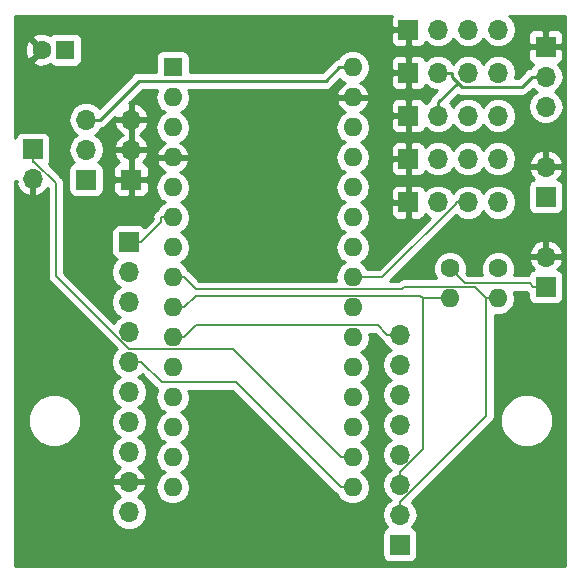
<source format=gbr>
%TF.GenerationSoftware,KiCad,Pcbnew,(5.0.1-3-g963ef8bb5)*%
%TF.CreationDate,2019-05-01T13:18:59-04:00*%
%TF.ProjectId,VHSBase,564853426173652E6B696361645F7063,rev?*%
%TF.SameCoordinates,Original*%
%TF.FileFunction,Copper,L1,Top,Signal*%
%TF.FilePolarity,Positive*%
%FSLAX46Y46*%
G04 Gerber Fmt 4.6, Leading zero omitted, Abs format (unit mm)*
G04 Created by KiCad (PCBNEW (5.0.1-3-g963ef8bb5)) date Wednesday, May 01, 2019 at 01:18:59 pm*
%MOMM*%
%LPD*%
G01*
G04 APERTURE LIST*
%ADD10O,1.600000X1.600000*%
%ADD11R,1.600000X1.600000*%
%ADD12O,1.700000X1.700000*%
%ADD13R,1.700000X1.700000*%
%ADD14C,1.600000*%
%ADD15C,0.127000*%
%ADD16C,0.250000*%
%ADD17C,0.254000*%
G04 APERTURE END LIST*
D10*
X116215000Y-99255000D03*
X100975000Y-99255000D03*
X116215000Y-63695000D03*
X100975000Y-96715000D03*
X116215000Y-66235000D03*
X100975000Y-94175000D03*
X116215000Y-68775000D03*
X100975000Y-91635000D03*
X116215000Y-71315000D03*
X100975000Y-89095000D03*
X116215000Y-73855000D03*
X100975000Y-86555000D03*
X116215000Y-76395000D03*
X100975000Y-84015000D03*
X116215000Y-78935000D03*
X100975000Y-81475000D03*
X116215000Y-81475000D03*
X100975000Y-78935000D03*
X116215000Y-84015000D03*
X100975000Y-76395000D03*
X116215000Y-86555000D03*
X100975000Y-73855000D03*
X116215000Y-89095000D03*
X100975000Y-71315000D03*
X116215000Y-91635000D03*
X100975000Y-68775000D03*
X116215000Y-94175000D03*
X100975000Y-66235000D03*
X116215000Y-96715000D03*
D11*
X100975000Y-63695000D03*
D12*
X97282000Y-101346000D03*
X97282000Y-98806000D03*
X97282000Y-96266000D03*
X97282000Y-93726000D03*
X97282000Y-91186000D03*
X97282000Y-88646000D03*
X97282000Y-86106000D03*
X97282000Y-83566000D03*
X97282000Y-81026000D03*
D13*
X97282000Y-78486000D03*
D12*
X93646000Y-68116000D03*
X93646000Y-70656000D03*
D13*
X93646000Y-73196000D03*
D12*
X97456000Y-68116000D03*
X97456000Y-70656000D03*
D13*
X97456000Y-73196000D03*
D12*
X132558000Y-72104000D03*
D13*
X132558000Y-74644000D03*
X132558000Y-82264000D03*
D12*
X132558000Y-79724000D03*
D10*
X128526000Y-83250000D03*
D14*
X128526000Y-80710000D03*
X124462000Y-80710000D03*
D10*
X124462000Y-83250000D03*
D12*
X89136000Y-73178000D03*
D13*
X89136000Y-70638000D03*
D14*
X89886000Y-62198000D03*
D11*
X91886000Y-62198000D03*
D12*
X128541000Y-75105000D03*
X126001000Y-75105000D03*
X123461000Y-75105000D03*
D13*
X120921000Y-75105000D03*
D12*
X128541000Y-71455000D03*
X126001000Y-71455000D03*
X123461000Y-71455000D03*
D13*
X120921000Y-71455000D03*
X120921000Y-67805000D03*
D12*
X123461000Y-67805000D03*
X126001000Y-67805000D03*
X128541000Y-67805000D03*
X120200000Y-86320000D03*
X120200000Y-88860000D03*
X120200000Y-91400000D03*
X120200000Y-93940000D03*
X120200000Y-96480000D03*
X120200000Y-99020000D03*
X120200000Y-101560000D03*
D13*
X120200000Y-104100000D03*
D12*
X128541000Y-64155000D03*
X126001000Y-64155000D03*
X123461000Y-64155000D03*
D13*
X120921000Y-64155000D03*
X120921000Y-60505000D03*
D12*
X123461000Y-60505000D03*
X126001000Y-60505000D03*
X128541000Y-60505000D03*
X132558000Y-67024000D03*
X132558000Y-64484000D03*
D13*
X132558000Y-61944000D03*
D15*
X116215000Y-99255000D02*
X115224200Y-99255000D01*
X97282000Y-88646000D02*
X98322800Y-88646000D01*
X98322800Y-88646000D02*
X100041800Y-90365000D01*
X100041800Y-90365000D02*
X106334200Y-90365000D01*
X106334200Y-90365000D02*
X115224200Y-99255000D01*
D16*
X116215000Y-63695000D02*
X115089700Y-63695000D01*
X93646000Y-68116000D02*
X94821300Y-68116000D01*
X94821300Y-68116000D02*
X98117000Y-64820300D01*
X98117000Y-64820300D02*
X113964400Y-64820300D01*
X113964400Y-64820300D02*
X115089700Y-63695000D01*
X125102300Y-64988400D02*
X124636300Y-64522400D01*
X124636300Y-64522400D02*
X124636300Y-64155000D01*
X131382700Y-64484000D02*
X130536400Y-65330300D01*
X130536400Y-65330300D02*
X125444200Y-65330300D01*
X125444200Y-65330300D02*
X125102300Y-64988400D01*
X125102300Y-64988400D02*
X123461000Y-66629700D01*
X123461000Y-67805000D02*
X123461000Y-66629700D01*
X123461000Y-64155000D02*
X124636300Y-64155000D01*
X132558000Y-64484000D02*
X131382700Y-64484000D01*
D15*
X120200000Y-99020000D02*
X120200000Y-97979200D01*
X122167100Y-83250000D02*
X121933300Y-83016200D01*
X121933300Y-83016200D02*
X102964600Y-83016200D01*
X102964600Y-83016200D02*
X101965800Y-84015000D01*
X120200000Y-97979200D02*
X122167100Y-96012100D01*
X122167100Y-96012100D02*
X122167100Y-83250000D01*
X123471200Y-83250000D02*
X122167100Y-83250000D01*
X100975000Y-84015000D02*
X101965800Y-84015000D01*
X124462000Y-83250000D02*
X123471200Y-83250000D01*
X120200000Y-101560000D02*
X120200000Y-100519200D01*
X120200000Y-100519200D02*
X127535200Y-93184000D01*
X127535200Y-93184000D02*
X127535200Y-83250000D01*
X100975000Y-81475000D02*
X101965800Y-81475000D01*
X128526000Y-83250000D02*
X127535200Y-83250000D01*
X127535200Y-83250000D02*
X126544300Y-82259100D01*
X126544300Y-82259100D02*
X120569200Y-82259100D01*
X120569200Y-82259100D02*
X120361900Y-82466400D01*
X120361900Y-82466400D02*
X102957200Y-82466400D01*
X102957200Y-82466400D02*
X101965800Y-81475000D01*
X126001000Y-75105000D02*
X124960200Y-75105000D01*
X124960200Y-75105000D02*
X124960200Y-75235100D01*
X124960200Y-75235100D02*
X118720300Y-81475000D01*
X118720300Y-81475000D02*
X116215000Y-81475000D01*
X100975000Y-76395000D02*
X99984200Y-76395000D01*
X97282000Y-78486000D02*
X98322800Y-78486000D01*
X98322800Y-78486000D02*
X99984200Y-76824600D01*
X99984200Y-76824600D02*
X99984200Y-76395000D01*
X132558000Y-82264000D02*
X131517200Y-82264000D01*
X124462000Y-80710000D02*
X125732000Y-81980000D01*
X125732000Y-81980000D02*
X131233200Y-81980000D01*
X131233200Y-81980000D02*
X131517200Y-82264000D01*
X116215000Y-96715000D02*
X115224200Y-96715000D01*
X89136000Y-70638000D02*
X89136000Y-71678800D01*
X89136000Y-71678800D02*
X89266100Y-71678800D01*
X89266100Y-71678800D02*
X91102000Y-73514700D01*
X91102000Y-73514700D02*
X91102000Y-81399600D01*
X91102000Y-81399600D02*
X97248300Y-87545900D01*
X97248300Y-87545900D02*
X106055100Y-87545900D01*
X106055100Y-87545900D02*
X115224200Y-96715000D01*
X100975000Y-86555000D02*
X101965800Y-86555000D01*
X120200000Y-86320000D02*
X119159200Y-86320000D01*
X119159200Y-86320000D02*
X118382900Y-85543700D01*
X118382900Y-85543700D02*
X102977100Y-85543700D01*
X102977100Y-85543700D02*
X101965800Y-86555000D01*
D17*
G36*
X119436000Y-59528691D02*
X119436000Y-60219250D01*
X119594750Y-60378000D01*
X120794000Y-60378000D01*
X120794000Y-60358000D01*
X121048000Y-60358000D01*
X121048000Y-60378000D01*
X121068000Y-60378000D01*
X121068000Y-60632000D01*
X121048000Y-60632000D01*
X121048000Y-61831250D01*
X121206750Y-61990000D01*
X121897310Y-61990000D01*
X122130699Y-61893327D01*
X122309327Y-61714698D01*
X122375904Y-61553967D01*
X122390375Y-61575625D01*
X122881582Y-61903839D01*
X123314744Y-61990000D01*
X123607256Y-61990000D01*
X124040418Y-61903839D01*
X124531625Y-61575625D01*
X124731000Y-61277239D01*
X124930375Y-61575625D01*
X125421582Y-61903839D01*
X125854744Y-61990000D01*
X126147256Y-61990000D01*
X126580418Y-61903839D01*
X127071625Y-61575625D01*
X127271000Y-61277239D01*
X127470375Y-61575625D01*
X127961582Y-61903839D01*
X128394744Y-61990000D01*
X128687256Y-61990000D01*
X129120418Y-61903839D01*
X129611625Y-61575625D01*
X129939839Y-61084418D01*
X129963057Y-60967690D01*
X131073000Y-60967690D01*
X131073000Y-61658250D01*
X131231750Y-61817000D01*
X132431000Y-61817000D01*
X132431000Y-60617750D01*
X132685000Y-60617750D01*
X132685000Y-61817000D01*
X133884250Y-61817000D01*
X134043000Y-61658250D01*
X134043000Y-60967690D01*
X133946327Y-60734301D01*
X133767698Y-60555673D01*
X133534309Y-60459000D01*
X132843750Y-60459000D01*
X132685000Y-60617750D01*
X132431000Y-60617750D01*
X132272250Y-60459000D01*
X131581691Y-60459000D01*
X131348302Y-60555673D01*
X131169673Y-60734301D01*
X131073000Y-60967690D01*
X129963057Y-60967690D01*
X130055092Y-60505000D01*
X129939839Y-59925582D01*
X129611625Y-59434375D01*
X129425485Y-59310000D01*
X134240000Y-59310000D01*
X134240001Y-105890000D01*
X87660000Y-105890000D01*
X87660000Y-101346000D01*
X95767908Y-101346000D01*
X95883161Y-101925418D01*
X96211375Y-102416625D01*
X96702582Y-102744839D01*
X97135744Y-102831000D01*
X97428256Y-102831000D01*
X97861418Y-102744839D01*
X98352625Y-102416625D01*
X98680839Y-101925418D01*
X98796092Y-101346000D01*
X98680839Y-100766582D01*
X98352625Y-100275375D01*
X98033522Y-100062157D01*
X98163358Y-100001183D01*
X98553645Y-99572924D01*
X98723476Y-99162890D01*
X98602155Y-98933000D01*
X97409000Y-98933000D01*
X97409000Y-98953000D01*
X97155000Y-98953000D01*
X97155000Y-98933000D01*
X95961845Y-98933000D01*
X95840524Y-99162890D01*
X96010355Y-99572924D01*
X96400642Y-100001183D01*
X96530478Y-100062157D01*
X96211375Y-100275375D01*
X95883161Y-100766582D01*
X95767908Y-101346000D01*
X87660000Y-101346000D01*
X87660000Y-93155431D01*
X88715000Y-93155431D01*
X88715000Y-94044569D01*
X89055259Y-94866026D01*
X89683974Y-95494741D01*
X90505431Y-95835000D01*
X91394569Y-95835000D01*
X92216026Y-95494741D01*
X92844741Y-94866026D01*
X93185000Y-94044569D01*
X93185000Y-93155431D01*
X92844741Y-92333974D01*
X92216026Y-91705259D01*
X91394569Y-91365000D01*
X90505431Y-91365000D01*
X89683974Y-91705259D01*
X89055259Y-92333974D01*
X88715000Y-93155431D01*
X87660000Y-93155431D01*
X87660000Y-73305002D01*
X87815844Y-73305002D01*
X87694524Y-73534890D01*
X87864355Y-73944924D01*
X88254642Y-74373183D01*
X88779108Y-74619486D01*
X89009000Y-74498819D01*
X89009000Y-73305000D01*
X88989000Y-73305000D01*
X88989000Y-73051000D01*
X89009000Y-73051000D01*
X89009000Y-73031000D01*
X89263000Y-73031000D01*
X89263000Y-73051000D01*
X89283000Y-73051000D01*
X89283000Y-73305000D01*
X89263000Y-73305000D01*
X89263000Y-74498819D01*
X89492892Y-74619486D01*
X90017358Y-74373183D01*
X90403500Y-73949472D01*
X90403501Y-81330805D01*
X90389817Y-81399600D01*
X90444028Y-81672140D01*
X90499734Y-81755510D01*
X90598411Y-81903190D01*
X90656731Y-81942159D01*
X96258476Y-87543903D01*
X96211375Y-87575375D01*
X95883161Y-88066582D01*
X95767908Y-88646000D01*
X95883161Y-89225418D01*
X96211375Y-89716625D01*
X96509761Y-89916000D01*
X96211375Y-90115375D01*
X95883161Y-90606582D01*
X95767908Y-91186000D01*
X95883161Y-91765418D01*
X96211375Y-92256625D01*
X96509761Y-92456000D01*
X96211375Y-92655375D01*
X95883161Y-93146582D01*
X95767908Y-93726000D01*
X95883161Y-94305418D01*
X96211375Y-94796625D01*
X96509761Y-94996000D01*
X96211375Y-95195375D01*
X95883161Y-95686582D01*
X95767908Y-96266000D01*
X95883161Y-96845418D01*
X96211375Y-97336625D01*
X96530478Y-97549843D01*
X96400642Y-97610817D01*
X96010355Y-98039076D01*
X95840524Y-98449110D01*
X95961845Y-98679000D01*
X97155000Y-98679000D01*
X97155000Y-98659000D01*
X97409000Y-98659000D01*
X97409000Y-98679000D01*
X98602155Y-98679000D01*
X98723476Y-98449110D01*
X98553645Y-98039076D01*
X98163358Y-97610817D01*
X98033522Y-97549843D01*
X98352625Y-97336625D01*
X98680839Y-96845418D01*
X98796092Y-96266000D01*
X98680839Y-95686582D01*
X98352625Y-95195375D01*
X98054239Y-94996000D01*
X98352625Y-94796625D01*
X98680839Y-94305418D01*
X98796092Y-93726000D01*
X98680839Y-93146582D01*
X98352625Y-92655375D01*
X98054239Y-92456000D01*
X98352625Y-92256625D01*
X98680839Y-91765418D01*
X98796092Y-91186000D01*
X98680839Y-90606582D01*
X98352625Y-90115375D01*
X98054239Y-89916000D01*
X98352625Y-89716625D01*
X98373843Y-89684870D01*
X99499241Y-90810269D01*
X99538210Y-90868590D01*
X99692400Y-90971616D01*
X99623260Y-91075091D01*
X99511887Y-91635000D01*
X99623260Y-92194909D01*
X99940423Y-92669577D01*
X100292758Y-92905000D01*
X99940423Y-93140423D01*
X99623260Y-93615091D01*
X99511887Y-94175000D01*
X99623260Y-94734909D01*
X99940423Y-95209577D01*
X100292758Y-95445000D01*
X99940423Y-95680423D01*
X99623260Y-96155091D01*
X99511887Y-96715000D01*
X99623260Y-97274909D01*
X99940423Y-97749577D01*
X100292758Y-97985000D01*
X99940423Y-98220423D01*
X99623260Y-98695091D01*
X99511887Y-99255000D01*
X99623260Y-99814909D01*
X99940423Y-100289577D01*
X100415091Y-100606740D01*
X100833667Y-100690000D01*
X101116333Y-100690000D01*
X101534909Y-100606740D01*
X102009577Y-100289577D01*
X102326740Y-99814909D01*
X102438113Y-99255000D01*
X102326740Y-98695091D01*
X102009577Y-98220423D01*
X101657242Y-97985000D01*
X102009577Y-97749577D01*
X102326740Y-97274909D01*
X102438113Y-96715000D01*
X102326740Y-96155091D01*
X102009577Y-95680423D01*
X101657242Y-95445000D01*
X102009577Y-95209577D01*
X102326740Y-94734909D01*
X102438113Y-94175000D01*
X102326740Y-93615091D01*
X102009577Y-93140423D01*
X101657242Y-92905000D01*
X102009577Y-92669577D01*
X102326740Y-92194909D01*
X102438113Y-91635000D01*
X102326740Y-91075091D01*
X102318995Y-91063500D01*
X106044873Y-91063500D01*
X114681643Y-99700272D01*
X114720610Y-99758590D01*
X114778928Y-99797557D01*
X114778930Y-99797559D01*
X114910333Y-99885359D01*
X115180423Y-100289577D01*
X115655091Y-100606740D01*
X116073667Y-100690000D01*
X116356333Y-100690000D01*
X116774909Y-100606740D01*
X117249577Y-100289577D01*
X117566740Y-99814909D01*
X117678113Y-99255000D01*
X117566740Y-98695091D01*
X117249577Y-98220423D01*
X116897242Y-97985000D01*
X117249577Y-97749577D01*
X117566740Y-97274909D01*
X117678113Y-96715000D01*
X117566740Y-96155091D01*
X117249577Y-95680423D01*
X116897242Y-95445000D01*
X117249577Y-95209577D01*
X117566740Y-94734909D01*
X117678113Y-94175000D01*
X117566740Y-93615091D01*
X117249577Y-93140423D01*
X116897242Y-92905000D01*
X117249577Y-92669577D01*
X117566740Y-92194909D01*
X117678113Y-91635000D01*
X117566740Y-91075091D01*
X117249577Y-90600423D01*
X116897242Y-90365000D01*
X117249577Y-90129577D01*
X117566740Y-89654909D01*
X117678113Y-89095000D01*
X117566740Y-88535091D01*
X117249577Y-88060423D01*
X116897242Y-87825000D01*
X117249577Y-87589577D01*
X117566740Y-87114909D01*
X117678113Y-86555000D01*
X117615893Y-86242200D01*
X118093573Y-86242200D01*
X118616641Y-86765269D01*
X118655610Y-86823590D01*
X118827025Y-86938126D01*
X119129375Y-87390625D01*
X119427761Y-87590000D01*
X119129375Y-87789375D01*
X118801161Y-88280582D01*
X118685908Y-88860000D01*
X118801161Y-89439418D01*
X119129375Y-89930625D01*
X119427761Y-90130000D01*
X119129375Y-90329375D01*
X118801161Y-90820582D01*
X118685908Y-91400000D01*
X118801161Y-91979418D01*
X119129375Y-92470625D01*
X119427761Y-92670000D01*
X119129375Y-92869375D01*
X118801161Y-93360582D01*
X118685908Y-93940000D01*
X118801161Y-94519418D01*
X119129375Y-95010625D01*
X119427761Y-95210000D01*
X119129375Y-95409375D01*
X118801161Y-95900582D01*
X118685908Y-96480000D01*
X118801161Y-97059418D01*
X119129375Y-97550625D01*
X119427761Y-97750000D01*
X119129375Y-97949375D01*
X118801161Y-98440582D01*
X118685908Y-99020000D01*
X118801161Y-99599418D01*
X119129375Y-100090625D01*
X119427761Y-100290000D01*
X119129375Y-100489375D01*
X118801161Y-100980582D01*
X118685908Y-101560000D01*
X118801161Y-102139418D01*
X119129375Y-102630625D01*
X119147619Y-102642816D01*
X119102235Y-102651843D01*
X118892191Y-102792191D01*
X118751843Y-103002235D01*
X118702560Y-103250000D01*
X118702560Y-104950000D01*
X118751843Y-105197765D01*
X118892191Y-105407809D01*
X119102235Y-105548157D01*
X119350000Y-105597440D01*
X121050000Y-105597440D01*
X121297765Y-105548157D01*
X121507809Y-105407809D01*
X121648157Y-105197765D01*
X121697440Y-104950000D01*
X121697440Y-103250000D01*
X121648157Y-103002235D01*
X121507809Y-102792191D01*
X121297765Y-102651843D01*
X121252381Y-102642816D01*
X121270625Y-102630625D01*
X121598839Y-102139418D01*
X121714092Y-101560000D01*
X121598839Y-100980582D01*
X121270625Y-100489375D01*
X121238870Y-100468157D01*
X127980471Y-93726557D01*
X128038789Y-93687590D01*
X128077756Y-93629272D01*
X128077758Y-93629270D01*
X128193171Y-93456542D01*
X128193172Y-93456541D01*
X128233700Y-93252794D01*
X128233700Y-93252790D01*
X128247383Y-93184001D01*
X128241701Y-93155431D01*
X128715000Y-93155431D01*
X128715000Y-94044569D01*
X129055259Y-94866026D01*
X129683974Y-95494741D01*
X130505431Y-95835000D01*
X131394569Y-95835000D01*
X132216026Y-95494741D01*
X132844741Y-94866026D01*
X133185000Y-94044569D01*
X133185000Y-93155431D01*
X132844741Y-92333974D01*
X132216026Y-91705259D01*
X131394569Y-91365000D01*
X130505431Y-91365000D01*
X129683974Y-91705259D01*
X129055259Y-92333974D01*
X128715000Y-93155431D01*
X128241701Y-93155431D01*
X128233700Y-93115212D01*
X128233700Y-84654971D01*
X128384667Y-84685000D01*
X128667333Y-84685000D01*
X129085909Y-84601740D01*
X129560577Y-84284577D01*
X129877740Y-83809909D01*
X129989113Y-83250000D01*
X129877740Y-82690091D01*
X129869995Y-82678500D01*
X130943872Y-82678500D01*
X130974641Y-82709269D01*
X131013610Y-82767590D01*
X131060560Y-82798961D01*
X131060560Y-83114000D01*
X131109843Y-83361765D01*
X131250191Y-83571809D01*
X131460235Y-83712157D01*
X131708000Y-83761440D01*
X133408000Y-83761440D01*
X133655765Y-83712157D01*
X133865809Y-83571809D01*
X134006157Y-83361765D01*
X134055440Y-83114000D01*
X134055440Y-81414000D01*
X134006157Y-81166235D01*
X133865809Y-80956191D01*
X133655765Y-80815843D01*
X133552292Y-80795261D01*
X133829645Y-80490924D01*
X133999476Y-80080890D01*
X133878155Y-79851000D01*
X132685000Y-79851000D01*
X132685000Y-79871000D01*
X132431000Y-79871000D01*
X132431000Y-79851000D01*
X131237845Y-79851000D01*
X131116524Y-80080890D01*
X131286355Y-80490924D01*
X131563708Y-80795261D01*
X131460235Y-80815843D01*
X131250191Y-80956191D01*
X131109843Y-81166235D01*
X131086916Y-81281500D01*
X129842510Y-81281500D01*
X129961000Y-80995439D01*
X129961000Y-80424561D01*
X129742534Y-79897138D01*
X129338862Y-79493466D01*
X129033812Y-79367110D01*
X131116524Y-79367110D01*
X131237845Y-79597000D01*
X132431000Y-79597000D01*
X132431000Y-78403181D01*
X132685000Y-78403181D01*
X132685000Y-79597000D01*
X133878155Y-79597000D01*
X133999476Y-79367110D01*
X133829645Y-78957076D01*
X133439358Y-78528817D01*
X132914892Y-78282514D01*
X132685000Y-78403181D01*
X132431000Y-78403181D01*
X132201108Y-78282514D01*
X131676642Y-78528817D01*
X131286355Y-78957076D01*
X131116524Y-79367110D01*
X129033812Y-79367110D01*
X128811439Y-79275000D01*
X128240561Y-79275000D01*
X127713138Y-79493466D01*
X127309466Y-79897138D01*
X127091000Y-80424561D01*
X127091000Y-80995439D01*
X127209490Y-81281500D01*
X126021328Y-81281500D01*
X125849629Y-81109802D01*
X125897000Y-80995439D01*
X125897000Y-80424561D01*
X125678534Y-79897138D01*
X125274862Y-79493466D01*
X124747439Y-79275000D01*
X124176561Y-79275000D01*
X123649138Y-79493466D01*
X123245466Y-79897138D01*
X123027000Y-80424561D01*
X123027000Y-80995439D01*
X123245466Y-81522862D01*
X123283204Y-81560600D01*
X120637988Y-81560600D01*
X120569199Y-81546917D01*
X120500410Y-81560600D01*
X120500406Y-81560600D01*
X120296659Y-81601128D01*
X120065610Y-81755510D01*
X120057331Y-81767900D01*
X119415227Y-81767900D01*
X124976610Y-76206518D01*
X125421582Y-76503839D01*
X125854744Y-76590000D01*
X126147256Y-76590000D01*
X126580418Y-76503839D01*
X127071625Y-76175625D01*
X127271000Y-75877239D01*
X127470375Y-76175625D01*
X127961582Y-76503839D01*
X128394744Y-76590000D01*
X128687256Y-76590000D01*
X129120418Y-76503839D01*
X129611625Y-76175625D01*
X129939839Y-75684418D01*
X130055092Y-75105000D01*
X129939839Y-74525582D01*
X129611625Y-74034375D01*
X129251879Y-73794000D01*
X131060560Y-73794000D01*
X131060560Y-75494000D01*
X131109843Y-75741765D01*
X131250191Y-75951809D01*
X131460235Y-76092157D01*
X131708000Y-76141440D01*
X133408000Y-76141440D01*
X133655765Y-76092157D01*
X133865809Y-75951809D01*
X134006157Y-75741765D01*
X134055440Y-75494000D01*
X134055440Y-73794000D01*
X134006157Y-73546235D01*
X133865809Y-73336191D01*
X133655765Y-73195843D01*
X133552292Y-73175261D01*
X133829645Y-72870924D01*
X133999476Y-72460890D01*
X133878155Y-72231000D01*
X132685000Y-72231000D01*
X132685000Y-72251000D01*
X132431000Y-72251000D01*
X132431000Y-72231000D01*
X131237845Y-72231000D01*
X131116524Y-72460890D01*
X131286355Y-72870924D01*
X131563708Y-73175261D01*
X131460235Y-73195843D01*
X131250191Y-73336191D01*
X131109843Y-73546235D01*
X131060560Y-73794000D01*
X129251879Y-73794000D01*
X129120418Y-73706161D01*
X128687256Y-73620000D01*
X128394744Y-73620000D01*
X127961582Y-73706161D01*
X127470375Y-74034375D01*
X127271000Y-74332761D01*
X127071625Y-74034375D01*
X126580418Y-73706161D01*
X126147256Y-73620000D01*
X125854744Y-73620000D01*
X125421582Y-73706161D01*
X124930375Y-74034375D01*
X124731000Y-74332761D01*
X124531625Y-74034375D01*
X124040418Y-73706161D01*
X123607256Y-73620000D01*
X123314744Y-73620000D01*
X122881582Y-73706161D01*
X122390375Y-74034375D01*
X122375904Y-74056033D01*
X122309327Y-73895302D01*
X122130699Y-73716673D01*
X121897310Y-73620000D01*
X121206750Y-73620000D01*
X121048000Y-73778750D01*
X121048000Y-74978000D01*
X121068000Y-74978000D01*
X121068000Y-75232000D01*
X121048000Y-75232000D01*
X121048000Y-76431250D01*
X121206750Y-76590000D01*
X121897310Y-76590000D01*
X122130699Y-76493327D01*
X122309327Y-76314698D01*
X122375904Y-76153967D01*
X122390375Y-76175625D01*
X122774910Y-76432563D01*
X118430973Y-80776500D01*
X117474136Y-80776500D01*
X117249577Y-80440423D01*
X116897242Y-80205000D01*
X117249577Y-79969577D01*
X117566740Y-79494909D01*
X117678113Y-78935000D01*
X117566740Y-78375091D01*
X117249577Y-77900423D01*
X116897242Y-77665000D01*
X117249577Y-77429577D01*
X117566740Y-76954909D01*
X117678113Y-76395000D01*
X117566740Y-75835091D01*
X117269841Y-75390750D01*
X119436000Y-75390750D01*
X119436000Y-76081309D01*
X119532673Y-76314698D01*
X119711301Y-76493327D01*
X119944690Y-76590000D01*
X120635250Y-76590000D01*
X120794000Y-76431250D01*
X120794000Y-75232000D01*
X119594750Y-75232000D01*
X119436000Y-75390750D01*
X117269841Y-75390750D01*
X117249577Y-75360423D01*
X116897242Y-75125000D01*
X117249577Y-74889577D01*
X117566740Y-74414909D01*
X117623672Y-74128691D01*
X119436000Y-74128691D01*
X119436000Y-74819250D01*
X119594750Y-74978000D01*
X120794000Y-74978000D01*
X120794000Y-73778750D01*
X120635250Y-73620000D01*
X119944690Y-73620000D01*
X119711301Y-73716673D01*
X119532673Y-73895302D01*
X119436000Y-74128691D01*
X117623672Y-74128691D01*
X117678113Y-73855000D01*
X117566740Y-73295091D01*
X117249577Y-72820423D01*
X116897242Y-72585000D01*
X117249577Y-72349577D01*
X117566740Y-71874909D01*
X117593425Y-71740750D01*
X119436000Y-71740750D01*
X119436000Y-72431309D01*
X119532673Y-72664698D01*
X119711301Y-72843327D01*
X119944690Y-72940000D01*
X120635250Y-72940000D01*
X120794000Y-72781250D01*
X120794000Y-71582000D01*
X119594750Y-71582000D01*
X119436000Y-71740750D01*
X117593425Y-71740750D01*
X117678113Y-71315000D01*
X117566740Y-70755091D01*
X117382056Y-70478691D01*
X119436000Y-70478691D01*
X119436000Y-71169250D01*
X119594750Y-71328000D01*
X120794000Y-71328000D01*
X120794000Y-70128750D01*
X121048000Y-70128750D01*
X121048000Y-71328000D01*
X121068000Y-71328000D01*
X121068000Y-71582000D01*
X121048000Y-71582000D01*
X121048000Y-72781250D01*
X121206750Y-72940000D01*
X121897310Y-72940000D01*
X122130699Y-72843327D01*
X122309327Y-72664698D01*
X122375904Y-72503967D01*
X122390375Y-72525625D01*
X122881582Y-72853839D01*
X123314744Y-72940000D01*
X123607256Y-72940000D01*
X124040418Y-72853839D01*
X124531625Y-72525625D01*
X124731000Y-72227239D01*
X124930375Y-72525625D01*
X125421582Y-72853839D01*
X125854744Y-72940000D01*
X126147256Y-72940000D01*
X126580418Y-72853839D01*
X127071625Y-72525625D01*
X127271000Y-72227239D01*
X127470375Y-72525625D01*
X127961582Y-72853839D01*
X128394744Y-72940000D01*
X128687256Y-72940000D01*
X129120418Y-72853839D01*
X129611625Y-72525625D01*
X129939839Y-72034418D01*
X129996987Y-71747110D01*
X131116524Y-71747110D01*
X131237845Y-71977000D01*
X132431000Y-71977000D01*
X132431000Y-70783181D01*
X132685000Y-70783181D01*
X132685000Y-71977000D01*
X133878155Y-71977000D01*
X133999476Y-71747110D01*
X133829645Y-71337076D01*
X133439358Y-70908817D01*
X132914892Y-70662514D01*
X132685000Y-70783181D01*
X132431000Y-70783181D01*
X132201108Y-70662514D01*
X131676642Y-70908817D01*
X131286355Y-71337076D01*
X131116524Y-71747110D01*
X129996987Y-71747110D01*
X130055092Y-71455000D01*
X129939839Y-70875582D01*
X129611625Y-70384375D01*
X129120418Y-70056161D01*
X128687256Y-69970000D01*
X128394744Y-69970000D01*
X127961582Y-70056161D01*
X127470375Y-70384375D01*
X127271000Y-70682761D01*
X127071625Y-70384375D01*
X126580418Y-70056161D01*
X126147256Y-69970000D01*
X125854744Y-69970000D01*
X125421582Y-70056161D01*
X124930375Y-70384375D01*
X124731000Y-70682761D01*
X124531625Y-70384375D01*
X124040418Y-70056161D01*
X123607256Y-69970000D01*
X123314744Y-69970000D01*
X122881582Y-70056161D01*
X122390375Y-70384375D01*
X122375904Y-70406033D01*
X122309327Y-70245302D01*
X122130699Y-70066673D01*
X121897310Y-69970000D01*
X121206750Y-69970000D01*
X121048000Y-70128750D01*
X120794000Y-70128750D01*
X120635250Y-69970000D01*
X119944690Y-69970000D01*
X119711301Y-70066673D01*
X119532673Y-70245302D01*
X119436000Y-70478691D01*
X117382056Y-70478691D01*
X117249577Y-70280423D01*
X116897242Y-70045000D01*
X117249577Y-69809577D01*
X117566740Y-69334909D01*
X117678113Y-68775000D01*
X117566740Y-68215091D01*
X117483659Y-68090750D01*
X119436000Y-68090750D01*
X119436000Y-68781309D01*
X119532673Y-69014698D01*
X119711301Y-69193327D01*
X119944690Y-69290000D01*
X120635250Y-69290000D01*
X120794000Y-69131250D01*
X120794000Y-67932000D01*
X119594750Y-67932000D01*
X119436000Y-68090750D01*
X117483659Y-68090750D01*
X117249577Y-67740423D01*
X116865892Y-67484053D01*
X117070134Y-67387389D01*
X117446041Y-66972423D01*
X117505572Y-66828691D01*
X119436000Y-66828691D01*
X119436000Y-67519250D01*
X119594750Y-67678000D01*
X120794000Y-67678000D01*
X120794000Y-66478750D01*
X120635250Y-66320000D01*
X119944690Y-66320000D01*
X119711301Y-66416673D01*
X119532673Y-66595302D01*
X119436000Y-66828691D01*
X117505572Y-66828691D01*
X117606904Y-66584039D01*
X117484915Y-66362000D01*
X116342000Y-66362000D01*
X116342000Y-66382000D01*
X116088000Y-66382000D01*
X116088000Y-66362000D01*
X114945085Y-66362000D01*
X114823096Y-66584039D01*
X114983959Y-66972423D01*
X115359866Y-67387389D01*
X115564108Y-67484053D01*
X115180423Y-67740423D01*
X114863260Y-68215091D01*
X114751887Y-68775000D01*
X114863260Y-69334909D01*
X115180423Y-69809577D01*
X115532758Y-70045000D01*
X115180423Y-70280423D01*
X114863260Y-70755091D01*
X114751887Y-71315000D01*
X114863260Y-71874909D01*
X115180423Y-72349577D01*
X115532758Y-72585000D01*
X115180423Y-72820423D01*
X114863260Y-73295091D01*
X114751887Y-73855000D01*
X114863260Y-74414909D01*
X115180423Y-74889577D01*
X115532758Y-75125000D01*
X115180423Y-75360423D01*
X114863260Y-75835091D01*
X114751887Y-76395000D01*
X114863260Y-76954909D01*
X115180423Y-77429577D01*
X115532758Y-77665000D01*
X115180423Y-77900423D01*
X114863260Y-78375091D01*
X114751887Y-78935000D01*
X114863260Y-79494909D01*
X115180423Y-79969577D01*
X115532758Y-80205000D01*
X115180423Y-80440423D01*
X114863260Y-80915091D01*
X114751887Y-81475000D01*
X114810149Y-81767900D01*
X103246528Y-81767900D01*
X102508360Y-81029733D01*
X102469390Y-80971410D01*
X102279667Y-80844641D01*
X102009577Y-80440423D01*
X101657242Y-80205000D01*
X102009577Y-79969577D01*
X102326740Y-79494909D01*
X102438113Y-78935000D01*
X102326740Y-78375091D01*
X102009577Y-77900423D01*
X101657242Y-77665000D01*
X102009577Y-77429577D01*
X102326740Y-76954909D01*
X102438113Y-76395000D01*
X102326740Y-75835091D01*
X102009577Y-75360423D01*
X101657242Y-75125000D01*
X102009577Y-74889577D01*
X102326740Y-74414909D01*
X102438113Y-73855000D01*
X102326740Y-73295091D01*
X102009577Y-72820423D01*
X101625892Y-72564053D01*
X101830134Y-72467389D01*
X102206041Y-72052423D01*
X102366904Y-71664039D01*
X102244915Y-71442000D01*
X101102000Y-71442000D01*
X101102000Y-71462000D01*
X100848000Y-71462000D01*
X100848000Y-71442000D01*
X99705085Y-71442000D01*
X99583096Y-71664039D01*
X99743959Y-72052423D01*
X100119866Y-72467389D01*
X100324108Y-72564053D01*
X99940423Y-72820423D01*
X99623260Y-73295091D01*
X99511887Y-73855000D01*
X99623260Y-74414909D01*
X99940423Y-74889577D01*
X100292758Y-75125000D01*
X99940423Y-75360423D01*
X99670333Y-75764641D01*
X99480610Y-75891410D01*
X99326228Y-76122459D01*
X99272016Y-76395000D01*
X99285700Y-76463794D01*
X99285700Y-76535272D01*
X98611027Y-77209946D01*
X98589809Y-77178191D01*
X98379765Y-77037843D01*
X98132000Y-76988560D01*
X96432000Y-76988560D01*
X96184235Y-77037843D01*
X95974191Y-77178191D01*
X95833843Y-77388235D01*
X95784560Y-77636000D01*
X95784560Y-79336000D01*
X95833843Y-79583765D01*
X95974191Y-79793809D01*
X96184235Y-79934157D01*
X96229619Y-79943184D01*
X96211375Y-79955375D01*
X95883161Y-80446582D01*
X95767908Y-81026000D01*
X95883161Y-81605418D01*
X96211375Y-82096625D01*
X96509761Y-82296000D01*
X96211375Y-82495375D01*
X95883161Y-82986582D01*
X95767908Y-83566000D01*
X95883161Y-84145418D01*
X96211375Y-84636625D01*
X96509761Y-84836000D01*
X96211375Y-85035375D01*
X96016802Y-85326574D01*
X91800500Y-81110273D01*
X91800500Y-73583494D01*
X91814184Y-73514700D01*
X91796306Y-73424819D01*
X91759972Y-73242159D01*
X91644559Y-73069430D01*
X91644554Y-73069425D01*
X91605589Y-73011110D01*
X91547274Y-72972145D01*
X90474702Y-71899574D01*
X90584157Y-71735765D01*
X90633440Y-71488000D01*
X90633440Y-69788000D01*
X90584157Y-69540235D01*
X90443809Y-69330191D01*
X90233765Y-69189843D01*
X89986000Y-69140560D01*
X88286000Y-69140560D01*
X88038235Y-69189843D01*
X87828191Y-69330191D01*
X87687843Y-69540235D01*
X87660000Y-69680213D01*
X87660000Y-68116000D01*
X92131908Y-68116000D01*
X92247161Y-68695418D01*
X92575375Y-69186625D01*
X92873761Y-69386000D01*
X92575375Y-69585375D01*
X92247161Y-70076582D01*
X92131908Y-70656000D01*
X92247161Y-71235418D01*
X92575375Y-71726625D01*
X92593619Y-71738816D01*
X92548235Y-71747843D01*
X92338191Y-71888191D01*
X92197843Y-72098235D01*
X92148560Y-72346000D01*
X92148560Y-74046000D01*
X92197843Y-74293765D01*
X92338191Y-74503809D01*
X92548235Y-74644157D01*
X92796000Y-74693440D01*
X94496000Y-74693440D01*
X94743765Y-74644157D01*
X94953809Y-74503809D01*
X95094157Y-74293765D01*
X95143440Y-74046000D01*
X95143440Y-73481750D01*
X95971000Y-73481750D01*
X95971000Y-74172310D01*
X96067673Y-74405699D01*
X96246302Y-74584327D01*
X96479691Y-74681000D01*
X97170250Y-74681000D01*
X97329000Y-74522250D01*
X97329000Y-73323000D01*
X97583000Y-73323000D01*
X97583000Y-74522250D01*
X97741750Y-74681000D01*
X98432309Y-74681000D01*
X98665698Y-74584327D01*
X98844327Y-74405699D01*
X98941000Y-74172310D01*
X98941000Y-73481750D01*
X98782250Y-73323000D01*
X97583000Y-73323000D01*
X97329000Y-73323000D01*
X96129750Y-73323000D01*
X95971000Y-73481750D01*
X95143440Y-73481750D01*
X95143440Y-72346000D01*
X95118316Y-72219690D01*
X95971000Y-72219690D01*
X95971000Y-72910250D01*
X96129750Y-73069000D01*
X97329000Y-73069000D01*
X97329000Y-70783000D01*
X97583000Y-70783000D01*
X97583000Y-73069000D01*
X98782250Y-73069000D01*
X98941000Y-72910250D01*
X98941000Y-72219690D01*
X98844327Y-71986301D01*
X98665698Y-71807673D01*
X98456122Y-71720864D01*
X98727645Y-71422924D01*
X98897476Y-71012890D01*
X98776155Y-70783000D01*
X97583000Y-70783000D01*
X97329000Y-70783000D01*
X96135845Y-70783000D01*
X96014524Y-71012890D01*
X96184355Y-71422924D01*
X96455878Y-71720864D01*
X96246302Y-71807673D01*
X96067673Y-71986301D01*
X95971000Y-72219690D01*
X95118316Y-72219690D01*
X95094157Y-72098235D01*
X94953809Y-71888191D01*
X94743765Y-71747843D01*
X94698381Y-71738816D01*
X94716625Y-71726625D01*
X95044839Y-71235418D01*
X95160092Y-70656000D01*
X95044839Y-70076582D01*
X94716625Y-69585375D01*
X94418239Y-69386000D01*
X94716625Y-69186625D01*
X94928474Y-68869571D01*
X95117837Y-68831904D01*
X95369229Y-68663929D01*
X95411631Y-68600470D01*
X95539211Y-68472890D01*
X96014524Y-68472890D01*
X96184355Y-68882924D01*
X96574642Y-69311183D01*
X96733954Y-69386000D01*
X96574642Y-69460817D01*
X96184355Y-69889076D01*
X96014524Y-70299110D01*
X96135845Y-70529000D01*
X97329000Y-70529000D01*
X97329000Y-68243000D01*
X97583000Y-68243000D01*
X97583000Y-70529000D01*
X98776155Y-70529000D01*
X98897476Y-70299110D01*
X98727645Y-69889076D01*
X98337358Y-69460817D01*
X98178046Y-69386000D01*
X98337358Y-69311183D01*
X98727645Y-68882924D01*
X98897476Y-68472890D01*
X98776155Y-68243000D01*
X97583000Y-68243000D01*
X97329000Y-68243000D01*
X96135845Y-68243000D01*
X96014524Y-68472890D01*
X95539211Y-68472890D01*
X96096899Y-67915202D01*
X96135845Y-67989000D01*
X97329000Y-67989000D01*
X97329000Y-66795181D01*
X97583000Y-66795181D01*
X97583000Y-67989000D01*
X98776155Y-67989000D01*
X98897476Y-67759110D01*
X98727645Y-67349076D01*
X98337358Y-66920817D01*
X97812892Y-66674514D01*
X97583000Y-66795181D01*
X97329000Y-66795181D01*
X97255500Y-66756602D01*
X98431802Y-65580300D01*
X99686597Y-65580300D01*
X99623260Y-65675091D01*
X99511887Y-66235000D01*
X99623260Y-66794909D01*
X99940423Y-67269577D01*
X100292758Y-67505000D01*
X99940423Y-67740423D01*
X99623260Y-68215091D01*
X99511887Y-68775000D01*
X99623260Y-69334909D01*
X99940423Y-69809577D01*
X100324108Y-70065947D01*
X100119866Y-70162611D01*
X99743959Y-70577577D01*
X99583096Y-70965961D01*
X99705085Y-71188000D01*
X100848000Y-71188000D01*
X100848000Y-71168000D01*
X101102000Y-71168000D01*
X101102000Y-71188000D01*
X102244915Y-71188000D01*
X102366904Y-70965961D01*
X102206041Y-70577577D01*
X101830134Y-70162611D01*
X101625892Y-70065947D01*
X102009577Y-69809577D01*
X102326740Y-69334909D01*
X102438113Y-68775000D01*
X102326740Y-68215091D01*
X102009577Y-67740423D01*
X101657242Y-67505000D01*
X102009577Y-67269577D01*
X102326740Y-66794909D01*
X102438113Y-66235000D01*
X102326740Y-65675091D01*
X102263403Y-65580300D01*
X113889553Y-65580300D01*
X113964400Y-65595188D01*
X114039247Y-65580300D01*
X114039252Y-65580300D01*
X114260937Y-65536204D01*
X114512329Y-65368229D01*
X114554731Y-65304770D01*
X115160196Y-64699305D01*
X115180423Y-64729577D01*
X115564108Y-64985947D01*
X115359866Y-65082611D01*
X114983959Y-65497577D01*
X114823096Y-65885961D01*
X114945085Y-66108000D01*
X116088000Y-66108000D01*
X116088000Y-66088000D01*
X116342000Y-66088000D01*
X116342000Y-66108000D01*
X117484915Y-66108000D01*
X117606904Y-65885961D01*
X117446041Y-65497577D01*
X117070134Y-65082611D01*
X116865892Y-64985947D01*
X117249577Y-64729577D01*
X117442565Y-64440750D01*
X119436000Y-64440750D01*
X119436000Y-65131309D01*
X119532673Y-65364698D01*
X119711301Y-65543327D01*
X119944690Y-65640000D01*
X120635250Y-65640000D01*
X120794000Y-65481250D01*
X120794000Y-64282000D01*
X119594750Y-64282000D01*
X119436000Y-64440750D01*
X117442565Y-64440750D01*
X117566740Y-64254909D01*
X117678113Y-63695000D01*
X117575413Y-63178691D01*
X119436000Y-63178691D01*
X119436000Y-63869250D01*
X119594750Y-64028000D01*
X120794000Y-64028000D01*
X120794000Y-62828750D01*
X121048000Y-62828750D01*
X121048000Y-64028000D01*
X121068000Y-64028000D01*
X121068000Y-64282000D01*
X121048000Y-64282000D01*
X121048000Y-65481250D01*
X121206750Y-65640000D01*
X121897310Y-65640000D01*
X122130699Y-65543327D01*
X122309327Y-65364698D01*
X122375904Y-65203967D01*
X122390375Y-65225625D01*
X122881582Y-65553839D01*
X123314744Y-65640000D01*
X123375899Y-65640000D01*
X122976528Y-66039371D01*
X122913072Y-66081771D01*
X122870672Y-66145227D01*
X122870671Y-66145228D01*
X122745097Y-66333163D01*
X122707430Y-66522525D01*
X122390375Y-66734375D01*
X122375904Y-66756033D01*
X122309327Y-66595302D01*
X122130699Y-66416673D01*
X121897310Y-66320000D01*
X121206750Y-66320000D01*
X121048000Y-66478750D01*
X121048000Y-67678000D01*
X121068000Y-67678000D01*
X121068000Y-67932000D01*
X121048000Y-67932000D01*
X121048000Y-69131250D01*
X121206750Y-69290000D01*
X121897310Y-69290000D01*
X122130699Y-69193327D01*
X122309327Y-69014698D01*
X122375904Y-68853967D01*
X122390375Y-68875625D01*
X122881582Y-69203839D01*
X123314744Y-69290000D01*
X123607256Y-69290000D01*
X124040418Y-69203839D01*
X124531625Y-68875625D01*
X124731000Y-68577239D01*
X124930375Y-68875625D01*
X125421582Y-69203839D01*
X125854744Y-69290000D01*
X126147256Y-69290000D01*
X126580418Y-69203839D01*
X127071625Y-68875625D01*
X127271000Y-68577239D01*
X127470375Y-68875625D01*
X127961582Y-69203839D01*
X128394744Y-69290000D01*
X128687256Y-69290000D01*
X129120418Y-69203839D01*
X129611625Y-68875625D01*
X129939839Y-68384418D01*
X130055092Y-67805000D01*
X129939839Y-67225582D01*
X129611625Y-66734375D01*
X129120418Y-66406161D01*
X128687256Y-66320000D01*
X128394744Y-66320000D01*
X127961582Y-66406161D01*
X127470375Y-66734375D01*
X127271000Y-67032761D01*
X127071625Y-66734375D01*
X126580418Y-66406161D01*
X126147256Y-66320000D01*
X125854744Y-66320000D01*
X125421582Y-66406161D01*
X124930375Y-66734375D01*
X124731000Y-67032761D01*
X124531625Y-66734375D01*
X124471380Y-66694121D01*
X125130659Y-66034842D01*
X125147663Y-66046204D01*
X125369348Y-66090300D01*
X125369352Y-66090300D01*
X125444200Y-66105188D01*
X125519048Y-66090300D01*
X130461553Y-66090300D01*
X130536400Y-66105188D01*
X130611247Y-66090300D01*
X130611252Y-66090300D01*
X130832937Y-66046204D01*
X131084329Y-65878229D01*
X131126731Y-65814770D01*
X131447121Y-65494381D01*
X131487375Y-65554625D01*
X131785761Y-65754000D01*
X131487375Y-65953375D01*
X131159161Y-66444582D01*
X131043908Y-67024000D01*
X131159161Y-67603418D01*
X131487375Y-68094625D01*
X131978582Y-68422839D01*
X132411744Y-68509000D01*
X132704256Y-68509000D01*
X133137418Y-68422839D01*
X133628625Y-68094625D01*
X133956839Y-67603418D01*
X134072092Y-67024000D01*
X133956839Y-66444582D01*
X133628625Y-65953375D01*
X133330239Y-65754000D01*
X133628625Y-65554625D01*
X133956839Y-65063418D01*
X134072092Y-64484000D01*
X133956839Y-63904582D01*
X133628625Y-63413375D01*
X133606967Y-63398904D01*
X133767698Y-63332327D01*
X133946327Y-63153699D01*
X134043000Y-62920310D01*
X134043000Y-62229750D01*
X133884250Y-62071000D01*
X132685000Y-62071000D01*
X132685000Y-62091000D01*
X132431000Y-62091000D01*
X132431000Y-62071000D01*
X131231750Y-62071000D01*
X131073000Y-62229750D01*
X131073000Y-62920310D01*
X131169673Y-63153699D01*
X131348302Y-63332327D01*
X131509033Y-63398904D01*
X131487375Y-63413375D01*
X131275526Y-63730429D01*
X131086163Y-63768096D01*
X130834771Y-63936071D01*
X130792371Y-63999527D01*
X130221599Y-64570300D01*
X129972484Y-64570300D01*
X130055092Y-64155000D01*
X129939839Y-63575582D01*
X129611625Y-63084375D01*
X129120418Y-62756161D01*
X128687256Y-62670000D01*
X128394744Y-62670000D01*
X127961582Y-62756161D01*
X127470375Y-63084375D01*
X127271000Y-63382761D01*
X127071625Y-63084375D01*
X126580418Y-62756161D01*
X126147256Y-62670000D01*
X125854744Y-62670000D01*
X125421582Y-62756161D01*
X124930375Y-63084375D01*
X124731000Y-63382761D01*
X124531625Y-63084375D01*
X124040418Y-62756161D01*
X123607256Y-62670000D01*
X123314744Y-62670000D01*
X122881582Y-62756161D01*
X122390375Y-63084375D01*
X122375904Y-63106033D01*
X122309327Y-62945302D01*
X122130699Y-62766673D01*
X121897310Y-62670000D01*
X121206750Y-62670000D01*
X121048000Y-62828750D01*
X120794000Y-62828750D01*
X120635250Y-62670000D01*
X119944690Y-62670000D01*
X119711301Y-62766673D01*
X119532673Y-62945302D01*
X119436000Y-63178691D01*
X117575413Y-63178691D01*
X117566740Y-63135091D01*
X117249577Y-62660423D01*
X116774909Y-62343260D01*
X116356333Y-62260000D01*
X116073667Y-62260000D01*
X115655091Y-62343260D01*
X115180423Y-62660423D01*
X114994214Y-62939104D01*
X114793163Y-62979096D01*
X114541771Y-63147071D01*
X114499371Y-63210527D01*
X113649599Y-64060300D01*
X102422440Y-64060300D01*
X102422440Y-62895000D01*
X102373157Y-62647235D01*
X102232809Y-62437191D01*
X102022765Y-62296843D01*
X101775000Y-62247560D01*
X100175000Y-62247560D01*
X99927235Y-62296843D01*
X99717191Y-62437191D01*
X99576843Y-62647235D01*
X99527560Y-62895000D01*
X99527560Y-64060300D01*
X98191848Y-64060300D01*
X98117000Y-64045412D01*
X98042152Y-64060300D01*
X98042148Y-64060300D01*
X97820463Y-64104396D01*
X97569071Y-64272371D01*
X97526671Y-64335827D01*
X94756879Y-67105620D01*
X94716625Y-67045375D01*
X94225418Y-66717161D01*
X93792256Y-66631000D01*
X93499744Y-66631000D01*
X93066582Y-66717161D01*
X92575375Y-67045375D01*
X92247161Y-67536582D01*
X92131908Y-68116000D01*
X87660000Y-68116000D01*
X87660000Y-61981223D01*
X88439035Y-61981223D01*
X88466222Y-62551454D01*
X88632136Y-62952005D01*
X88878255Y-63026139D01*
X89706395Y-62198000D01*
X88878255Y-61369861D01*
X88632136Y-61443995D01*
X88439035Y-61981223D01*
X87660000Y-61981223D01*
X87660000Y-61190255D01*
X89057861Y-61190255D01*
X89886000Y-62018395D01*
X89900142Y-62004252D01*
X90079748Y-62183858D01*
X90065605Y-62198000D01*
X90079748Y-62212143D01*
X89900142Y-62391748D01*
X89886000Y-62377605D01*
X89057861Y-63205745D01*
X89131995Y-63451864D01*
X89669223Y-63644965D01*
X90239454Y-63617778D01*
X90629067Y-63456395D01*
X90838235Y-63596157D01*
X91086000Y-63645440D01*
X92686000Y-63645440D01*
X92933765Y-63596157D01*
X93143809Y-63455809D01*
X93284157Y-63245765D01*
X93333440Y-62998000D01*
X93333440Y-61398000D01*
X93284157Y-61150235D01*
X93143809Y-60940191D01*
X92933765Y-60799843D01*
X92888051Y-60790750D01*
X119436000Y-60790750D01*
X119436000Y-61481309D01*
X119532673Y-61714698D01*
X119711301Y-61893327D01*
X119944690Y-61990000D01*
X120635250Y-61990000D01*
X120794000Y-61831250D01*
X120794000Y-60632000D01*
X119594750Y-60632000D01*
X119436000Y-60790750D01*
X92888051Y-60790750D01*
X92686000Y-60750560D01*
X91086000Y-60750560D01*
X90838235Y-60799843D01*
X90628484Y-60939995D01*
X90102777Y-60751035D01*
X89532546Y-60778222D01*
X89131995Y-60944136D01*
X89057861Y-61190255D01*
X87660000Y-61190255D01*
X87660000Y-59310000D01*
X119526585Y-59310000D01*
X119436000Y-59528691D01*
X119436000Y-59528691D01*
G37*
X119436000Y-59528691D02*
X119436000Y-60219250D01*
X119594750Y-60378000D01*
X120794000Y-60378000D01*
X120794000Y-60358000D01*
X121048000Y-60358000D01*
X121048000Y-60378000D01*
X121068000Y-60378000D01*
X121068000Y-60632000D01*
X121048000Y-60632000D01*
X121048000Y-61831250D01*
X121206750Y-61990000D01*
X121897310Y-61990000D01*
X122130699Y-61893327D01*
X122309327Y-61714698D01*
X122375904Y-61553967D01*
X122390375Y-61575625D01*
X122881582Y-61903839D01*
X123314744Y-61990000D01*
X123607256Y-61990000D01*
X124040418Y-61903839D01*
X124531625Y-61575625D01*
X124731000Y-61277239D01*
X124930375Y-61575625D01*
X125421582Y-61903839D01*
X125854744Y-61990000D01*
X126147256Y-61990000D01*
X126580418Y-61903839D01*
X127071625Y-61575625D01*
X127271000Y-61277239D01*
X127470375Y-61575625D01*
X127961582Y-61903839D01*
X128394744Y-61990000D01*
X128687256Y-61990000D01*
X129120418Y-61903839D01*
X129611625Y-61575625D01*
X129939839Y-61084418D01*
X129963057Y-60967690D01*
X131073000Y-60967690D01*
X131073000Y-61658250D01*
X131231750Y-61817000D01*
X132431000Y-61817000D01*
X132431000Y-60617750D01*
X132685000Y-60617750D01*
X132685000Y-61817000D01*
X133884250Y-61817000D01*
X134043000Y-61658250D01*
X134043000Y-60967690D01*
X133946327Y-60734301D01*
X133767698Y-60555673D01*
X133534309Y-60459000D01*
X132843750Y-60459000D01*
X132685000Y-60617750D01*
X132431000Y-60617750D01*
X132272250Y-60459000D01*
X131581691Y-60459000D01*
X131348302Y-60555673D01*
X131169673Y-60734301D01*
X131073000Y-60967690D01*
X129963057Y-60967690D01*
X130055092Y-60505000D01*
X129939839Y-59925582D01*
X129611625Y-59434375D01*
X129425485Y-59310000D01*
X134240000Y-59310000D01*
X134240001Y-105890000D01*
X87660000Y-105890000D01*
X87660000Y-101346000D01*
X95767908Y-101346000D01*
X95883161Y-101925418D01*
X96211375Y-102416625D01*
X96702582Y-102744839D01*
X97135744Y-102831000D01*
X97428256Y-102831000D01*
X97861418Y-102744839D01*
X98352625Y-102416625D01*
X98680839Y-101925418D01*
X98796092Y-101346000D01*
X98680839Y-100766582D01*
X98352625Y-100275375D01*
X98033522Y-100062157D01*
X98163358Y-100001183D01*
X98553645Y-99572924D01*
X98723476Y-99162890D01*
X98602155Y-98933000D01*
X97409000Y-98933000D01*
X97409000Y-98953000D01*
X97155000Y-98953000D01*
X97155000Y-98933000D01*
X95961845Y-98933000D01*
X95840524Y-99162890D01*
X96010355Y-99572924D01*
X96400642Y-100001183D01*
X96530478Y-100062157D01*
X96211375Y-100275375D01*
X95883161Y-100766582D01*
X95767908Y-101346000D01*
X87660000Y-101346000D01*
X87660000Y-93155431D01*
X88715000Y-93155431D01*
X88715000Y-94044569D01*
X89055259Y-94866026D01*
X89683974Y-95494741D01*
X90505431Y-95835000D01*
X91394569Y-95835000D01*
X92216026Y-95494741D01*
X92844741Y-94866026D01*
X93185000Y-94044569D01*
X93185000Y-93155431D01*
X92844741Y-92333974D01*
X92216026Y-91705259D01*
X91394569Y-91365000D01*
X90505431Y-91365000D01*
X89683974Y-91705259D01*
X89055259Y-92333974D01*
X88715000Y-93155431D01*
X87660000Y-93155431D01*
X87660000Y-73305002D01*
X87815844Y-73305002D01*
X87694524Y-73534890D01*
X87864355Y-73944924D01*
X88254642Y-74373183D01*
X88779108Y-74619486D01*
X89009000Y-74498819D01*
X89009000Y-73305000D01*
X88989000Y-73305000D01*
X88989000Y-73051000D01*
X89009000Y-73051000D01*
X89009000Y-73031000D01*
X89263000Y-73031000D01*
X89263000Y-73051000D01*
X89283000Y-73051000D01*
X89283000Y-73305000D01*
X89263000Y-73305000D01*
X89263000Y-74498819D01*
X89492892Y-74619486D01*
X90017358Y-74373183D01*
X90403500Y-73949472D01*
X90403501Y-81330805D01*
X90389817Y-81399600D01*
X90444028Y-81672140D01*
X90499734Y-81755510D01*
X90598411Y-81903190D01*
X90656731Y-81942159D01*
X96258476Y-87543903D01*
X96211375Y-87575375D01*
X95883161Y-88066582D01*
X95767908Y-88646000D01*
X95883161Y-89225418D01*
X96211375Y-89716625D01*
X96509761Y-89916000D01*
X96211375Y-90115375D01*
X95883161Y-90606582D01*
X95767908Y-91186000D01*
X95883161Y-91765418D01*
X96211375Y-92256625D01*
X96509761Y-92456000D01*
X96211375Y-92655375D01*
X95883161Y-93146582D01*
X95767908Y-93726000D01*
X95883161Y-94305418D01*
X96211375Y-94796625D01*
X96509761Y-94996000D01*
X96211375Y-95195375D01*
X95883161Y-95686582D01*
X95767908Y-96266000D01*
X95883161Y-96845418D01*
X96211375Y-97336625D01*
X96530478Y-97549843D01*
X96400642Y-97610817D01*
X96010355Y-98039076D01*
X95840524Y-98449110D01*
X95961845Y-98679000D01*
X97155000Y-98679000D01*
X97155000Y-98659000D01*
X97409000Y-98659000D01*
X97409000Y-98679000D01*
X98602155Y-98679000D01*
X98723476Y-98449110D01*
X98553645Y-98039076D01*
X98163358Y-97610817D01*
X98033522Y-97549843D01*
X98352625Y-97336625D01*
X98680839Y-96845418D01*
X98796092Y-96266000D01*
X98680839Y-95686582D01*
X98352625Y-95195375D01*
X98054239Y-94996000D01*
X98352625Y-94796625D01*
X98680839Y-94305418D01*
X98796092Y-93726000D01*
X98680839Y-93146582D01*
X98352625Y-92655375D01*
X98054239Y-92456000D01*
X98352625Y-92256625D01*
X98680839Y-91765418D01*
X98796092Y-91186000D01*
X98680839Y-90606582D01*
X98352625Y-90115375D01*
X98054239Y-89916000D01*
X98352625Y-89716625D01*
X98373843Y-89684870D01*
X99499241Y-90810269D01*
X99538210Y-90868590D01*
X99692400Y-90971616D01*
X99623260Y-91075091D01*
X99511887Y-91635000D01*
X99623260Y-92194909D01*
X99940423Y-92669577D01*
X100292758Y-92905000D01*
X99940423Y-93140423D01*
X99623260Y-93615091D01*
X99511887Y-94175000D01*
X99623260Y-94734909D01*
X99940423Y-95209577D01*
X100292758Y-95445000D01*
X99940423Y-95680423D01*
X99623260Y-96155091D01*
X99511887Y-96715000D01*
X99623260Y-97274909D01*
X99940423Y-97749577D01*
X100292758Y-97985000D01*
X99940423Y-98220423D01*
X99623260Y-98695091D01*
X99511887Y-99255000D01*
X99623260Y-99814909D01*
X99940423Y-100289577D01*
X100415091Y-100606740D01*
X100833667Y-100690000D01*
X101116333Y-100690000D01*
X101534909Y-100606740D01*
X102009577Y-100289577D01*
X102326740Y-99814909D01*
X102438113Y-99255000D01*
X102326740Y-98695091D01*
X102009577Y-98220423D01*
X101657242Y-97985000D01*
X102009577Y-97749577D01*
X102326740Y-97274909D01*
X102438113Y-96715000D01*
X102326740Y-96155091D01*
X102009577Y-95680423D01*
X101657242Y-95445000D01*
X102009577Y-95209577D01*
X102326740Y-94734909D01*
X102438113Y-94175000D01*
X102326740Y-93615091D01*
X102009577Y-93140423D01*
X101657242Y-92905000D01*
X102009577Y-92669577D01*
X102326740Y-92194909D01*
X102438113Y-91635000D01*
X102326740Y-91075091D01*
X102318995Y-91063500D01*
X106044873Y-91063500D01*
X114681643Y-99700272D01*
X114720610Y-99758590D01*
X114778928Y-99797557D01*
X114778930Y-99797559D01*
X114910333Y-99885359D01*
X115180423Y-100289577D01*
X115655091Y-100606740D01*
X116073667Y-100690000D01*
X116356333Y-100690000D01*
X116774909Y-100606740D01*
X117249577Y-100289577D01*
X117566740Y-99814909D01*
X117678113Y-99255000D01*
X117566740Y-98695091D01*
X117249577Y-98220423D01*
X116897242Y-97985000D01*
X117249577Y-97749577D01*
X117566740Y-97274909D01*
X117678113Y-96715000D01*
X117566740Y-96155091D01*
X117249577Y-95680423D01*
X116897242Y-95445000D01*
X117249577Y-95209577D01*
X117566740Y-94734909D01*
X117678113Y-94175000D01*
X117566740Y-93615091D01*
X117249577Y-93140423D01*
X116897242Y-92905000D01*
X117249577Y-92669577D01*
X117566740Y-92194909D01*
X117678113Y-91635000D01*
X117566740Y-91075091D01*
X117249577Y-90600423D01*
X116897242Y-90365000D01*
X117249577Y-90129577D01*
X117566740Y-89654909D01*
X117678113Y-89095000D01*
X117566740Y-88535091D01*
X117249577Y-88060423D01*
X116897242Y-87825000D01*
X117249577Y-87589577D01*
X117566740Y-87114909D01*
X117678113Y-86555000D01*
X117615893Y-86242200D01*
X118093573Y-86242200D01*
X118616641Y-86765269D01*
X118655610Y-86823590D01*
X118827025Y-86938126D01*
X119129375Y-87390625D01*
X119427761Y-87590000D01*
X119129375Y-87789375D01*
X118801161Y-88280582D01*
X118685908Y-88860000D01*
X118801161Y-89439418D01*
X119129375Y-89930625D01*
X119427761Y-90130000D01*
X119129375Y-90329375D01*
X118801161Y-90820582D01*
X118685908Y-91400000D01*
X118801161Y-91979418D01*
X119129375Y-92470625D01*
X119427761Y-92670000D01*
X119129375Y-92869375D01*
X118801161Y-93360582D01*
X118685908Y-93940000D01*
X118801161Y-94519418D01*
X119129375Y-95010625D01*
X119427761Y-95210000D01*
X119129375Y-95409375D01*
X118801161Y-95900582D01*
X118685908Y-96480000D01*
X118801161Y-97059418D01*
X119129375Y-97550625D01*
X119427761Y-97750000D01*
X119129375Y-97949375D01*
X118801161Y-98440582D01*
X118685908Y-99020000D01*
X118801161Y-99599418D01*
X119129375Y-100090625D01*
X119427761Y-100290000D01*
X119129375Y-100489375D01*
X118801161Y-100980582D01*
X118685908Y-101560000D01*
X118801161Y-102139418D01*
X119129375Y-102630625D01*
X119147619Y-102642816D01*
X119102235Y-102651843D01*
X118892191Y-102792191D01*
X118751843Y-103002235D01*
X118702560Y-103250000D01*
X118702560Y-104950000D01*
X118751843Y-105197765D01*
X118892191Y-105407809D01*
X119102235Y-105548157D01*
X119350000Y-105597440D01*
X121050000Y-105597440D01*
X121297765Y-105548157D01*
X121507809Y-105407809D01*
X121648157Y-105197765D01*
X121697440Y-104950000D01*
X121697440Y-103250000D01*
X121648157Y-103002235D01*
X121507809Y-102792191D01*
X121297765Y-102651843D01*
X121252381Y-102642816D01*
X121270625Y-102630625D01*
X121598839Y-102139418D01*
X121714092Y-101560000D01*
X121598839Y-100980582D01*
X121270625Y-100489375D01*
X121238870Y-100468157D01*
X127980471Y-93726557D01*
X128038789Y-93687590D01*
X128077756Y-93629272D01*
X128077758Y-93629270D01*
X128193171Y-93456542D01*
X128193172Y-93456541D01*
X128233700Y-93252794D01*
X128233700Y-93252790D01*
X128247383Y-93184001D01*
X128241701Y-93155431D01*
X128715000Y-93155431D01*
X128715000Y-94044569D01*
X129055259Y-94866026D01*
X129683974Y-95494741D01*
X130505431Y-95835000D01*
X131394569Y-95835000D01*
X132216026Y-95494741D01*
X132844741Y-94866026D01*
X133185000Y-94044569D01*
X133185000Y-93155431D01*
X132844741Y-92333974D01*
X132216026Y-91705259D01*
X131394569Y-91365000D01*
X130505431Y-91365000D01*
X129683974Y-91705259D01*
X129055259Y-92333974D01*
X128715000Y-93155431D01*
X128241701Y-93155431D01*
X128233700Y-93115212D01*
X128233700Y-84654971D01*
X128384667Y-84685000D01*
X128667333Y-84685000D01*
X129085909Y-84601740D01*
X129560577Y-84284577D01*
X129877740Y-83809909D01*
X129989113Y-83250000D01*
X129877740Y-82690091D01*
X129869995Y-82678500D01*
X130943872Y-82678500D01*
X130974641Y-82709269D01*
X131013610Y-82767590D01*
X131060560Y-82798961D01*
X131060560Y-83114000D01*
X131109843Y-83361765D01*
X131250191Y-83571809D01*
X131460235Y-83712157D01*
X131708000Y-83761440D01*
X133408000Y-83761440D01*
X133655765Y-83712157D01*
X133865809Y-83571809D01*
X134006157Y-83361765D01*
X134055440Y-83114000D01*
X134055440Y-81414000D01*
X134006157Y-81166235D01*
X133865809Y-80956191D01*
X133655765Y-80815843D01*
X133552292Y-80795261D01*
X133829645Y-80490924D01*
X133999476Y-80080890D01*
X133878155Y-79851000D01*
X132685000Y-79851000D01*
X132685000Y-79871000D01*
X132431000Y-79871000D01*
X132431000Y-79851000D01*
X131237845Y-79851000D01*
X131116524Y-80080890D01*
X131286355Y-80490924D01*
X131563708Y-80795261D01*
X131460235Y-80815843D01*
X131250191Y-80956191D01*
X131109843Y-81166235D01*
X131086916Y-81281500D01*
X129842510Y-81281500D01*
X129961000Y-80995439D01*
X129961000Y-80424561D01*
X129742534Y-79897138D01*
X129338862Y-79493466D01*
X129033812Y-79367110D01*
X131116524Y-79367110D01*
X131237845Y-79597000D01*
X132431000Y-79597000D01*
X132431000Y-78403181D01*
X132685000Y-78403181D01*
X132685000Y-79597000D01*
X133878155Y-79597000D01*
X133999476Y-79367110D01*
X133829645Y-78957076D01*
X133439358Y-78528817D01*
X132914892Y-78282514D01*
X132685000Y-78403181D01*
X132431000Y-78403181D01*
X132201108Y-78282514D01*
X131676642Y-78528817D01*
X131286355Y-78957076D01*
X131116524Y-79367110D01*
X129033812Y-79367110D01*
X128811439Y-79275000D01*
X128240561Y-79275000D01*
X127713138Y-79493466D01*
X127309466Y-79897138D01*
X127091000Y-80424561D01*
X127091000Y-80995439D01*
X127209490Y-81281500D01*
X126021328Y-81281500D01*
X125849629Y-81109802D01*
X125897000Y-80995439D01*
X125897000Y-80424561D01*
X125678534Y-79897138D01*
X125274862Y-79493466D01*
X124747439Y-79275000D01*
X124176561Y-79275000D01*
X123649138Y-79493466D01*
X123245466Y-79897138D01*
X123027000Y-80424561D01*
X123027000Y-80995439D01*
X123245466Y-81522862D01*
X123283204Y-81560600D01*
X120637988Y-81560600D01*
X120569199Y-81546917D01*
X120500410Y-81560600D01*
X120500406Y-81560600D01*
X120296659Y-81601128D01*
X120065610Y-81755510D01*
X120057331Y-81767900D01*
X119415227Y-81767900D01*
X124976610Y-76206518D01*
X125421582Y-76503839D01*
X125854744Y-76590000D01*
X126147256Y-76590000D01*
X126580418Y-76503839D01*
X127071625Y-76175625D01*
X127271000Y-75877239D01*
X127470375Y-76175625D01*
X127961582Y-76503839D01*
X128394744Y-76590000D01*
X128687256Y-76590000D01*
X129120418Y-76503839D01*
X129611625Y-76175625D01*
X129939839Y-75684418D01*
X130055092Y-75105000D01*
X129939839Y-74525582D01*
X129611625Y-74034375D01*
X129251879Y-73794000D01*
X131060560Y-73794000D01*
X131060560Y-75494000D01*
X131109843Y-75741765D01*
X131250191Y-75951809D01*
X131460235Y-76092157D01*
X131708000Y-76141440D01*
X133408000Y-76141440D01*
X133655765Y-76092157D01*
X133865809Y-75951809D01*
X134006157Y-75741765D01*
X134055440Y-75494000D01*
X134055440Y-73794000D01*
X134006157Y-73546235D01*
X133865809Y-73336191D01*
X133655765Y-73195843D01*
X133552292Y-73175261D01*
X133829645Y-72870924D01*
X133999476Y-72460890D01*
X133878155Y-72231000D01*
X132685000Y-72231000D01*
X132685000Y-72251000D01*
X132431000Y-72251000D01*
X132431000Y-72231000D01*
X131237845Y-72231000D01*
X131116524Y-72460890D01*
X131286355Y-72870924D01*
X131563708Y-73175261D01*
X131460235Y-73195843D01*
X131250191Y-73336191D01*
X131109843Y-73546235D01*
X131060560Y-73794000D01*
X129251879Y-73794000D01*
X129120418Y-73706161D01*
X128687256Y-73620000D01*
X128394744Y-73620000D01*
X127961582Y-73706161D01*
X127470375Y-74034375D01*
X127271000Y-74332761D01*
X127071625Y-74034375D01*
X126580418Y-73706161D01*
X126147256Y-73620000D01*
X125854744Y-73620000D01*
X125421582Y-73706161D01*
X124930375Y-74034375D01*
X124731000Y-74332761D01*
X124531625Y-74034375D01*
X124040418Y-73706161D01*
X123607256Y-73620000D01*
X123314744Y-73620000D01*
X122881582Y-73706161D01*
X122390375Y-74034375D01*
X122375904Y-74056033D01*
X122309327Y-73895302D01*
X122130699Y-73716673D01*
X121897310Y-73620000D01*
X121206750Y-73620000D01*
X121048000Y-73778750D01*
X121048000Y-74978000D01*
X121068000Y-74978000D01*
X121068000Y-75232000D01*
X121048000Y-75232000D01*
X121048000Y-76431250D01*
X121206750Y-76590000D01*
X121897310Y-76590000D01*
X122130699Y-76493327D01*
X122309327Y-76314698D01*
X122375904Y-76153967D01*
X122390375Y-76175625D01*
X122774910Y-76432563D01*
X118430973Y-80776500D01*
X117474136Y-80776500D01*
X117249577Y-80440423D01*
X116897242Y-80205000D01*
X117249577Y-79969577D01*
X117566740Y-79494909D01*
X117678113Y-78935000D01*
X117566740Y-78375091D01*
X117249577Y-77900423D01*
X116897242Y-77665000D01*
X117249577Y-77429577D01*
X117566740Y-76954909D01*
X117678113Y-76395000D01*
X117566740Y-75835091D01*
X117269841Y-75390750D01*
X119436000Y-75390750D01*
X119436000Y-76081309D01*
X119532673Y-76314698D01*
X119711301Y-76493327D01*
X119944690Y-76590000D01*
X120635250Y-76590000D01*
X120794000Y-76431250D01*
X120794000Y-75232000D01*
X119594750Y-75232000D01*
X119436000Y-75390750D01*
X117269841Y-75390750D01*
X117249577Y-75360423D01*
X116897242Y-75125000D01*
X117249577Y-74889577D01*
X117566740Y-74414909D01*
X117623672Y-74128691D01*
X119436000Y-74128691D01*
X119436000Y-74819250D01*
X119594750Y-74978000D01*
X120794000Y-74978000D01*
X120794000Y-73778750D01*
X120635250Y-73620000D01*
X119944690Y-73620000D01*
X119711301Y-73716673D01*
X119532673Y-73895302D01*
X119436000Y-74128691D01*
X117623672Y-74128691D01*
X117678113Y-73855000D01*
X117566740Y-73295091D01*
X117249577Y-72820423D01*
X116897242Y-72585000D01*
X117249577Y-72349577D01*
X117566740Y-71874909D01*
X117593425Y-71740750D01*
X119436000Y-71740750D01*
X119436000Y-72431309D01*
X119532673Y-72664698D01*
X119711301Y-72843327D01*
X119944690Y-72940000D01*
X120635250Y-72940000D01*
X120794000Y-72781250D01*
X120794000Y-71582000D01*
X119594750Y-71582000D01*
X119436000Y-71740750D01*
X117593425Y-71740750D01*
X117678113Y-71315000D01*
X117566740Y-70755091D01*
X117382056Y-70478691D01*
X119436000Y-70478691D01*
X119436000Y-71169250D01*
X119594750Y-71328000D01*
X120794000Y-71328000D01*
X120794000Y-70128750D01*
X121048000Y-70128750D01*
X121048000Y-71328000D01*
X121068000Y-71328000D01*
X121068000Y-71582000D01*
X121048000Y-71582000D01*
X121048000Y-72781250D01*
X121206750Y-72940000D01*
X121897310Y-72940000D01*
X122130699Y-72843327D01*
X122309327Y-72664698D01*
X122375904Y-72503967D01*
X122390375Y-72525625D01*
X122881582Y-72853839D01*
X123314744Y-72940000D01*
X123607256Y-72940000D01*
X124040418Y-72853839D01*
X124531625Y-72525625D01*
X124731000Y-72227239D01*
X124930375Y-72525625D01*
X125421582Y-72853839D01*
X125854744Y-72940000D01*
X126147256Y-72940000D01*
X126580418Y-72853839D01*
X127071625Y-72525625D01*
X127271000Y-72227239D01*
X127470375Y-72525625D01*
X127961582Y-72853839D01*
X128394744Y-72940000D01*
X128687256Y-72940000D01*
X129120418Y-72853839D01*
X129611625Y-72525625D01*
X129939839Y-72034418D01*
X129996987Y-71747110D01*
X131116524Y-71747110D01*
X131237845Y-71977000D01*
X132431000Y-71977000D01*
X132431000Y-70783181D01*
X132685000Y-70783181D01*
X132685000Y-71977000D01*
X133878155Y-71977000D01*
X133999476Y-71747110D01*
X133829645Y-71337076D01*
X133439358Y-70908817D01*
X132914892Y-70662514D01*
X132685000Y-70783181D01*
X132431000Y-70783181D01*
X132201108Y-70662514D01*
X131676642Y-70908817D01*
X131286355Y-71337076D01*
X131116524Y-71747110D01*
X129996987Y-71747110D01*
X130055092Y-71455000D01*
X129939839Y-70875582D01*
X129611625Y-70384375D01*
X129120418Y-70056161D01*
X128687256Y-69970000D01*
X128394744Y-69970000D01*
X127961582Y-70056161D01*
X127470375Y-70384375D01*
X127271000Y-70682761D01*
X127071625Y-70384375D01*
X126580418Y-70056161D01*
X126147256Y-69970000D01*
X125854744Y-69970000D01*
X125421582Y-70056161D01*
X124930375Y-70384375D01*
X124731000Y-70682761D01*
X124531625Y-70384375D01*
X124040418Y-70056161D01*
X123607256Y-69970000D01*
X123314744Y-69970000D01*
X122881582Y-70056161D01*
X122390375Y-70384375D01*
X122375904Y-70406033D01*
X122309327Y-70245302D01*
X122130699Y-70066673D01*
X121897310Y-69970000D01*
X121206750Y-69970000D01*
X121048000Y-70128750D01*
X120794000Y-70128750D01*
X120635250Y-69970000D01*
X119944690Y-69970000D01*
X119711301Y-70066673D01*
X119532673Y-70245302D01*
X119436000Y-70478691D01*
X117382056Y-70478691D01*
X117249577Y-70280423D01*
X116897242Y-70045000D01*
X117249577Y-69809577D01*
X117566740Y-69334909D01*
X117678113Y-68775000D01*
X117566740Y-68215091D01*
X117483659Y-68090750D01*
X119436000Y-68090750D01*
X119436000Y-68781309D01*
X119532673Y-69014698D01*
X119711301Y-69193327D01*
X119944690Y-69290000D01*
X120635250Y-69290000D01*
X120794000Y-69131250D01*
X120794000Y-67932000D01*
X119594750Y-67932000D01*
X119436000Y-68090750D01*
X117483659Y-68090750D01*
X117249577Y-67740423D01*
X116865892Y-67484053D01*
X117070134Y-67387389D01*
X117446041Y-66972423D01*
X117505572Y-66828691D01*
X119436000Y-66828691D01*
X119436000Y-67519250D01*
X119594750Y-67678000D01*
X120794000Y-67678000D01*
X120794000Y-66478750D01*
X120635250Y-66320000D01*
X119944690Y-66320000D01*
X119711301Y-66416673D01*
X119532673Y-66595302D01*
X119436000Y-66828691D01*
X117505572Y-66828691D01*
X117606904Y-66584039D01*
X117484915Y-66362000D01*
X116342000Y-66362000D01*
X116342000Y-66382000D01*
X116088000Y-66382000D01*
X116088000Y-66362000D01*
X114945085Y-66362000D01*
X114823096Y-66584039D01*
X114983959Y-66972423D01*
X115359866Y-67387389D01*
X115564108Y-67484053D01*
X115180423Y-67740423D01*
X114863260Y-68215091D01*
X114751887Y-68775000D01*
X114863260Y-69334909D01*
X115180423Y-69809577D01*
X115532758Y-70045000D01*
X115180423Y-70280423D01*
X114863260Y-70755091D01*
X114751887Y-71315000D01*
X114863260Y-71874909D01*
X115180423Y-72349577D01*
X115532758Y-72585000D01*
X115180423Y-72820423D01*
X114863260Y-73295091D01*
X114751887Y-73855000D01*
X114863260Y-74414909D01*
X115180423Y-74889577D01*
X115532758Y-75125000D01*
X115180423Y-75360423D01*
X114863260Y-75835091D01*
X114751887Y-76395000D01*
X114863260Y-76954909D01*
X115180423Y-77429577D01*
X115532758Y-77665000D01*
X115180423Y-77900423D01*
X114863260Y-78375091D01*
X114751887Y-78935000D01*
X114863260Y-79494909D01*
X115180423Y-79969577D01*
X115532758Y-80205000D01*
X115180423Y-80440423D01*
X114863260Y-80915091D01*
X114751887Y-81475000D01*
X114810149Y-81767900D01*
X103246528Y-81767900D01*
X102508360Y-81029733D01*
X102469390Y-80971410D01*
X102279667Y-80844641D01*
X102009577Y-80440423D01*
X101657242Y-80205000D01*
X102009577Y-79969577D01*
X102326740Y-79494909D01*
X102438113Y-78935000D01*
X102326740Y-78375091D01*
X102009577Y-77900423D01*
X101657242Y-77665000D01*
X102009577Y-77429577D01*
X102326740Y-76954909D01*
X102438113Y-76395000D01*
X102326740Y-75835091D01*
X102009577Y-75360423D01*
X101657242Y-75125000D01*
X102009577Y-74889577D01*
X102326740Y-74414909D01*
X102438113Y-73855000D01*
X102326740Y-73295091D01*
X102009577Y-72820423D01*
X101625892Y-72564053D01*
X101830134Y-72467389D01*
X102206041Y-72052423D01*
X102366904Y-71664039D01*
X102244915Y-71442000D01*
X101102000Y-71442000D01*
X101102000Y-71462000D01*
X100848000Y-71462000D01*
X100848000Y-71442000D01*
X99705085Y-71442000D01*
X99583096Y-71664039D01*
X99743959Y-72052423D01*
X100119866Y-72467389D01*
X100324108Y-72564053D01*
X99940423Y-72820423D01*
X99623260Y-73295091D01*
X99511887Y-73855000D01*
X99623260Y-74414909D01*
X99940423Y-74889577D01*
X100292758Y-75125000D01*
X99940423Y-75360423D01*
X99670333Y-75764641D01*
X99480610Y-75891410D01*
X99326228Y-76122459D01*
X99272016Y-76395000D01*
X99285700Y-76463794D01*
X99285700Y-76535272D01*
X98611027Y-77209946D01*
X98589809Y-77178191D01*
X98379765Y-77037843D01*
X98132000Y-76988560D01*
X96432000Y-76988560D01*
X96184235Y-77037843D01*
X95974191Y-77178191D01*
X95833843Y-77388235D01*
X95784560Y-77636000D01*
X95784560Y-79336000D01*
X95833843Y-79583765D01*
X95974191Y-79793809D01*
X96184235Y-79934157D01*
X96229619Y-79943184D01*
X96211375Y-79955375D01*
X95883161Y-80446582D01*
X95767908Y-81026000D01*
X95883161Y-81605418D01*
X96211375Y-82096625D01*
X96509761Y-82296000D01*
X96211375Y-82495375D01*
X95883161Y-82986582D01*
X95767908Y-83566000D01*
X95883161Y-84145418D01*
X96211375Y-84636625D01*
X96509761Y-84836000D01*
X96211375Y-85035375D01*
X96016802Y-85326574D01*
X91800500Y-81110273D01*
X91800500Y-73583494D01*
X91814184Y-73514700D01*
X91796306Y-73424819D01*
X91759972Y-73242159D01*
X91644559Y-73069430D01*
X91644554Y-73069425D01*
X91605589Y-73011110D01*
X91547274Y-72972145D01*
X90474702Y-71899574D01*
X90584157Y-71735765D01*
X90633440Y-71488000D01*
X90633440Y-69788000D01*
X90584157Y-69540235D01*
X90443809Y-69330191D01*
X90233765Y-69189843D01*
X89986000Y-69140560D01*
X88286000Y-69140560D01*
X88038235Y-69189843D01*
X87828191Y-69330191D01*
X87687843Y-69540235D01*
X87660000Y-69680213D01*
X87660000Y-68116000D01*
X92131908Y-68116000D01*
X92247161Y-68695418D01*
X92575375Y-69186625D01*
X92873761Y-69386000D01*
X92575375Y-69585375D01*
X92247161Y-70076582D01*
X92131908Y-70656000D01*
X92247161Y-71235418D01*
X92575375Y-71726625D01*
X92593619Y-71738816D01*
X92548235Y-71747843D01*
X92338191Y-71888191D01*
X92197843Y-72098235D01*
X92148560Y-72346000D01*
X92148560Y-74046000D01*
X92197843Y-74293765D01*
X92338191Y-74503809D01*
X92548235Y-74644157D01*
X92796000Y-74693440D01*
X94496000Y-74693440D01*
X94743765Y-74644157D01*
X94953809Y-74503809D01*
X95094157Y-74293765D01*
X95143440Y-74046000D01*
X95143440Y-73481750D01*
X95971000Y-73481750D01*
X95971000Y-74172310D01*
X96067673Y-74405699D01*
X96246302Y-74584327D01*
X96479691Y-74681000D01*
X97170250Y-74681000D01*
X97329000Y-74522250D01*
X97329000Y-73323000D01*
X97583000Y-73323000D01*
X97583000Y-74522250D01*
X97741750Y-74681000D01*
X98432309Y-74681000D01*
X98665698Y-74584327D01*
X98844327Y-74405699D01*
X98941000Y-74172310D01*
X98941000Y-73481750D01*
X98782250Y-73323000D01*
X97583000Y-73323000D01*
X97329000Y-73323000D01*
X96129750Y-73323000D01*
X95971000Y-73481750D01*
X95143440Y-73481750D01*
X95143440Y-72346000D01*
X95118316Y-72219690D01*
X95971000Y-72219690D01*
X95971000Y-72910250D01*
X96129750Y-73069000D01*
X97329000Y-73069000D01*
X97329000Y-70783000D01*
X97583000Y-70783000D01*
X97583000Y-73069000D01*
X98782250Y-73069000D01*
X98941000Y-72910250D01*
X98941000Y-72219690D01*
X98844327Y-71986301D01*
X98665698Y-71807673D01*
X98456122Y-71720864D01*
X98727645Y-71422924D01*
X98897476Y-71012890D01*
X98776155Y-70783000D01*
X97583000Y-70783000D01*
X97329000Y-70783000D01*
X96135845Y-70783000D01*
X96014524Y-71012890D01*
X96184355Y-71422924D01*
X96455878Y-71720864D01*
X96246302Y-71807673D01*
X96067673Y-71986301D01*
X95971000Y-72219690D01*
X95118316Y-72219690D01*
X95094157Y-72098235D01*
X94953809Y-71888191D01*
X94743765Y-71747843D01*
X94698381Y-71738816D01*
X94716625Y-71726625D01*
X95044839Y-71235418D01*
X95160092Y-70656000D01*
X95044839Y-70076582D01*
X94716625Y-69585375D01*
X94418239Y-69386000D01*
X94716625Y-69186625D01*
X94928474Y-68869571D01*
X95117837Y-68831904D01*
X95369229Y-68663929D01*
X95411631Y-68600470D01*
X95539211Y-68472890D01*
X96014524Y-68472890D01*
X96184355Y-68882924D01*
X96574642Y-69311183D01*
X96733954Y-69386000D01*
X96574642Y-69460817D01*
X96184355Y-69889076D01*
X96014524Y-70299110D01*
X96135845Y-70529000D01*
X97329000Y-70529000D01*
X97329000Y-68243000D01*
X97583000Y-68243000D01*
X97583000Y-70529000D01*
X98776155Y-70529000D01*
X98897476Y-70299110D01*
X98727645Y-69889076D01*
X98337358Y-69460817D01*
X98178046Y-69386000D01*
X98337358Y-69311183D01*
X98727645Y-68882924D01*
X98897476Y-68472890D01*
X98776155Y-68243000D01*
X97583000Y-68243000D01*
X97329000Y-68243000D01*
X96135845Y-68243000D01*
X96014524Y-68472890D01*
X95539211Y-68472890D01*
X96096899Y-67915202D01*
X96135845Y-67989000D01*
X97329000Y-67989000D01*
X97329000Y-66795181D01*
X97583000Y-66795181D01*
X97583000Y-67989000D01*
X98776155Y-67989000D01*
X98897476Y-67759110D01*
X98727645Y-67349076D01*
X98337358Y-66920817D01*
X97812892Y-66674514D01*
X97583000Y-66795181D01*
X97329000Y-66795181D01*
X97255500Y-66756602D01*
X98431802Y-65580300D01*
X99686597Y-65580300D01*
X99623260Y-65675091D01*
X99511887Y-66235000D01*
X99623260Y-66794909D01*
X99940423Y-67269577D01*
X100292758Y-67505000D01*
X99940423Y-67740423D01*
X99623260Y-68215091D01*
X99511887Y-68775000D01*
X99623260Y-69334909D01*
X99940423Y-69809577D01*
X100324108Y-70065947D01*
X100119866Y-70162611D01*
X99743959Y-70577577D01*
X99583096Y-70965961D01*
X99705085Y-71188000D01*
X100848000Y-71188000D01*
X100848000Y-71168000D01*
X101102000Y-71168000D01*
X101102000Y-71188000D01*
X102244915Y-71188000D01*
X102366904Y-70965961D01*
X102206041Y-70577577D01*
X101830134Y-70162611D01*
X101625892Y-70065947D01*
X102009577Y-69809577D01*
X102326740Y-69334909D01*
X102438113Y-68775000D01*
X102326740Y-68215091D01*
X102009577Y-67740423D01*
X101657242Y-67505000D01*
X102009577Y-67269577D01*
X102326740Y-66794909D01*
X102438113Y-66235000D01*
X102326740Y-65675091D01*
X102263403Y-65580300D01*
X113889553Y-65580300D01*
X113964400Y-65595188D01*
X114039247Y-65580300D01*
X114039252Y-65580300D01*
X114260937Y-65536204D01*
X114512329Y-65368229D01*
X114554731Y-65304770D01*
X115160196Y-64699305D01*
X115180423Y-64729577D01*
X115564108Y-64985947D01*
X115359866Y-65082611D01*
X114983959Y-65497577D01*
X114823096Y-65885961D01*
X114945085Y-66108000D01*
X116088000Y-66108000D01*
X116088000Y-66088000D01*
X116342000Y-66088000D01*
X116342000Y-66108000D01*
X117484915Y-66108000D01*
X117606904Y-65885961D01*
X117446041Y-65497577D01*
X117070134Y-65082611D01*
X116865892Y-64985947D01*
X117249577Y-64729577D01*
X117442565Y-64440750D01*
X119436000Y-64440750D01*
X119436000Y-65131309D01*
X119532673Y-65364698D01*
X119711301Y-65543327D01*
X119944690Y-65640000D01*
X120635250Y-65640000D01*
X120794000Y-65481250D01*
X120794000Y-64282000D01*
X119594750Y-64282000D01*
X119436000Y-64440750D01*
X117442565Y-64440750D01*
X117566740Y-64254909D01*
X117678113Y-63695000D01*
X117575413Y-63178691D01*
X119436000Y-63178691D01*
X119436000Y-63869250D01*
X119594750Y-64028000D01*
X120794000Y-64028000D01*
X120794000Y-62828750D01*
X121048000Y-62828750D01*
X121048000Y-64028000D01*
X121068000Y-64028000D01*
X121068000Y-64282000D01*
X121048000Y-64282000D01*
X121048000Y-65481250D01*
X121206750Y-65640000D01*
X121897310Y-65640000D01*
X122130699Y-65543327D01*
X122309327Y-65364698D01*
X122375904Y-65203967D01*
X122390375Y-65225625D01*
X122881582Y-65553839D01*
X123314744Y-65640000D01*
X123375899Y-65640000D01*
X122976528Y-66039371D01*
X122913072Y-66081771D01*
X122870672Y-66145227D01*
X122870671Y-66145228D01*
X122745097Y-66333163D01*
X122707430Y-66522525D01*
X122390375Y-66734375D01*
X122375904Y-66756033D01*
X122309327Y-66595302D01*
X122130699Y-66416673D01*
X121897310Y-66320000D01*
X121206750Y-66320000D01*
X121048000Y-66478750D01*
X121048000Y-67678000D01*
X121068000Y-67678000D01*
X121068000Y-67932000D01*
X121048000Y-67932000D01*
X121048000Y-69131250D01*
X121206750Y-69290000D01*
X121897310Y-69290000D01*
X122130699Y-69193327D01*
X122309327Y-69014698D01*
X122375904Y-68853967D01*
X122390375Y-68875625D01*
X122881582Y-69203839D01*
X123314744Y-69290000D01*
X123607256Y-69290000D01*
X124040418Y-69203839D01*
X124531625Y-68875625D01*
X124731000Y-68577239D01*
X124930375Y-68875625D01*
X125421582Y-69203839D01*
X125854744Y-69290000D01*
X126147256Y-69290000D01*
X126580418Y-69203839D01*
X127071625Y-68875625D01*
X127271000Y-68577239D01*
X127470375Y-68875625D01*
X127961582Y-69203839D01*
X128394744Y-69290000D01*
X128687256Y-69290000D01*
X129120418Y-69203839D01*
X129611625Y-68875625D01*
X129939839Y-68384418D01*
X130055092Y-67805000D01*
X129939839Y-67225582D01*
X129611625Y-66734375D01*
X129120418Y-66406161D01*
X128687256Y-66320000D01*
X128394744Y-66320000D01*
X127961582Y-66406161D01*
X127470375Y-66734375D01*
X127271000Y-67032761D01*
X127071625Y-66734375D01*
X126580418Y-66406161D01*
X126147256Y-66320000D01*
X125854744Y-66320000D01*
X125421582Y-66406161D01*
X124930375Y-66734375D01*
X124731000Y-67032761D01*
X124531625Y-66734375D01*
X124471380Y-66694121D01*
X125130659Y-66034842D01*
X125147663Y-66046204D01*
X125369348Y-66090300D01*
X125369352Y-66090300D01*
X125444200Y-66105188D01*
X125519048Y-66090300D01*
X130461553Y-66090300D01*
X130536400Y-66105188D01*
X130611247Y-66090300D01*
X130611252Y-66090300D01*
X130832937Y-66046204D01*
X131084329Y-65878229D01*
X131126731Y-65814770D01*
X131447121Y-65494381D01*
X131487375Y-65554625D01*
X131785761Y-65754000D01*
X131487375Y-65953375D01*
X131159161Y-66444582D01*
X131043908Y-67024000D01*
X131159161Y-67603418D01*
X131487375Y-68094625D01*
X131978582Y-68422839D01*
X132411744Y-68509000D01*
X132704256Y-68509000D01*
X133137418Y-68422839D01*
X133628625Y-68094625D01*
X133956839Y-67603418D01*
X134072092Y-67024000D01*
X133956839Y-66444582D01*
X133628625Y-65953375D01*
X133330239Y-65754000D01*
X133628625Y-65554625D01*
X133956839Y-65063418D01*
X134072092Y-64484000D01*
X133956839Y-63904582D01*
X133628625Y-63413375D01*
X133606967Y-63398904D01*
X133767698Y-63332327D01*
X133946327Y-63153699D01*
X134043000Y-62920310D01*
X134043000Y-62229750D01*
X133884250Y-62071000D01*
X132685000Y-62071000D01*
X132685000Y-62091000D01*
X132431000Y-62091000D01*
X132431000Y-62071000D01*
X131231750Y-62071000D01*
X131073000Y-62229750D01*
X131073000Y-62920310D01*
X131169673Y-63153699D01*
X131348302Y-63332327D01*
X131509033Y-63398904D01*
X131487375Y-63413375D01*
X131275526Y-63730429D01*
X131086163Y-63768096D01*
X130834771Y-63936071D01*
X130792371Y-63999527D01*
X130221599Y-64570300D01*
X129972484Y-64570300D01*
X130055092Y-64155000D01*
X129939839Y-63575582D01*
X129611625Y-63084375D01*
X129120418Y-62756161D01*
X128687256Y-62670000D01*
X128394744Y-62670000D01*
X127961582Y-62756161D01*
X127470375Y-63084375D01*
X127271000Y-63382761D01*
X127071625Y-63084375D01*
X126580418Y-62756161D01*
X126147256Y-62670000D01*
X125854744Y-62670000D01*
X125421582Y-62756161D01*
X124930375Y-63084375D01*
X124731000Y-63382761D01*
X124531625Y-63084375D01*
X124040418Y-62756161D01*
X123607256Y-62670000D01*
X123314744Y-62670000D01*
X122881582Y-62756161D01*
X122390375Y-63084375D01*
X122375904Y-63106033D01*
X122309327Y-62945302D01*
X122130699Y-62766673D01*
X121897310Y-62670000D01*
X121206750Y-62670000D01*
X121048000Y-62828750D01*
X120794000Y-62828750D01*
X120635250Y-62670000D01*
X119944690Y-62670000D01*
X119711301Y-62766673D01*
X119532673Y-62945302D01*
X119436000Y-63178691D01*
X117575413Y-63178691D01*
X117566740Y-63135091D01*
X117249577Y-62660423D01*
X116774909Y-62343260D01*
X116356333Y-62260000D01*
X116073667Y-62260000D01*
X115655091Y-62343260D01*
X115180423Y-62660423D01*
X114994214Y-62939104D01*
X114793163Y-62979096D01*
X114541771Y-63147071D01*
X114499371Y-63210527D01*
X113649599Y-64060300D01*
X102422440Y-64060300D01*
X102422440Y-62895000D01*
X102373157Y-62647235D01*
X102232809Y-62437191D01*
X102022765Y-62296843D01*
X101775000Y-62247560D01*
X100175000Y-62247560D01*
X99927235Y-62296843D01*
X99717191Y-62437191D01*
X99576843Y-62647235D01*
X99527560Y-62895000D01*
X99527560Y-64060300D01*
X98191848Y-64060300D01*
X98117000Y-64045412D01*
X98042152Y-64060300D01*
X98042148Y-64060300D01*
X97820463Y-64104396D01*
X97569071Y-64272371D01*
X97526671Y-64335827D01*
X94756879Y-67105620D01*
X94716625Y-67045375D01*
X94225418Y-66717161D01*
X93792256Y-66631000D01*
X93499744Y-66631000D01*
X93066582Y-66717161D01*
X92575375Y-67045375D01*
X92247161Y-67536582D01*
X92131908Y-68116000D01*
X87660000Y-68116000D01*
X87660000Y-61981223D01*
X88439035Y-61981223D01*
X88466222Y-62551454D01*
X88632136Y-62952005D01*
X88878255Y-63026139D01*
X89706395Y-62198000D01*
X88878255Y-61369861D01*
X88632136Y-61443995D01*
X88439035Y-61981223D01*
X87660000Y-61981223D01*
X87660000Y-61190255D01*
X89057861Y-61190255D01*
X89886000Y-62018395D01*
X89900142Y-62004252D01*
X90079748Y-62183858D01*
X90065605Y-62198000D01*
X90079748Y-62212143D01*
X89900142Y-62391748D01*
X89886000Y-62377605D01*
X89057861Y-63205745D01*
X89131995Y-63451864D01*
X89669223Y-63644965D01*
X90239454Y-63617778D01*
X90629067Y-63456395D01*
X90838235Y-63596157D01*
X91086000Y-63645440D01*
X92686000Y-63645440D01*
X92933765Y-63596157D01*
X93143809Y-63455809D01*
X93284157Y-63245765D01*
X93333440Y-62998000D01*
X93333440Y-61398000D01*
X93284157Y-61150235D01*
X93143809Y-60940191D01*
X92933765Y-60799843D01*
X92888051Y-60790750D01*
X119436000Y-60790750D01*
X119436000Y-61481309D01*
X119532673Y-61714698D01*
X119711301Y-61893327D01*
X119944690Y-61990000D01*
X120635250Y-61990000D01*
X120794000Y-61831250D01*
X120794000Y-60632000D01*
X119594750Y-60632000D01*
X119436000Y-60790750D01*
X92888051Y-60790750D01*
X92686000Y-60750560D01*
X91086000Y-60750560D01*
X90838235Y-60799843D01*
X90628484Y-60939995D01*
X90102777Y-60751035D01*
X89532546Y-60778222D01*
X89131995Y-60944136D01*
X89057861Y-61190255D01*
X87660000Y-61190255D01*
X87660000Y-59310000D01*
X119526585Y-59310000D01*
X119436000Y-59528691D01*
M02*

</source>
